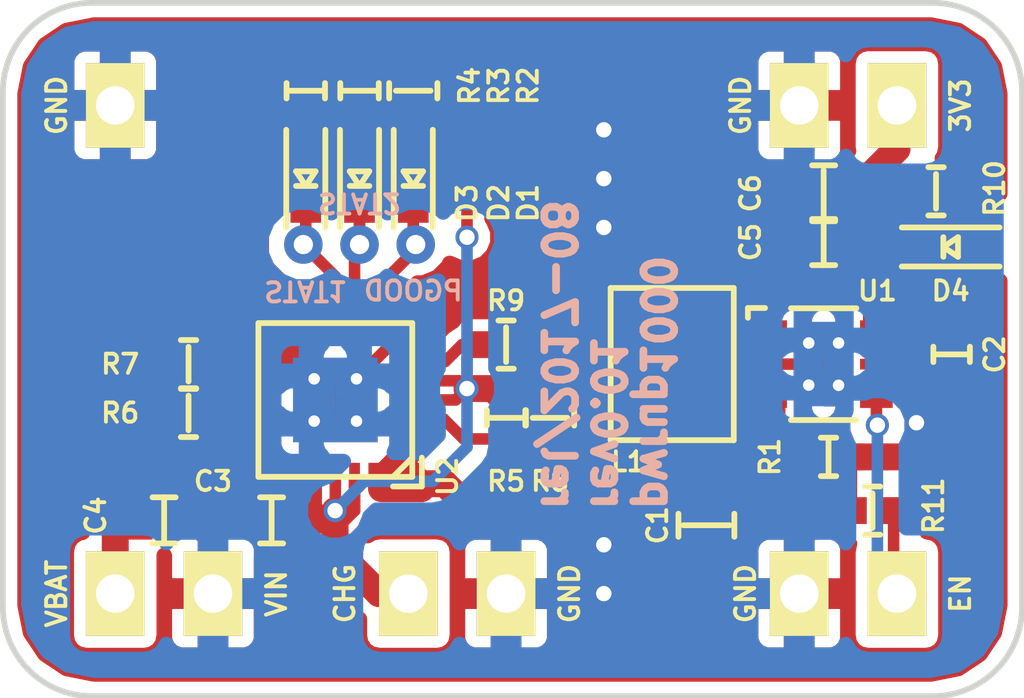
<source format=kicad_pcb>
(kicad_pcb (version 4) (host pcbnew 4.0.6)

  (general
    (links 76)
    (no_connects 0)
    (area 129.083999 61.5212 155.726551 83.3604)
    (thickness 1.6)
    (drawings 21)
    (tracks 304)
    (zones 0)
    (modules 36)
    (nets 22)
  )

  (page A4)
  (title_block
    (title pwrup1000)
    (date 2017-05-31)
    (rev 0.01)
    (company "1rel interactive")
  )

  (layers
    (0 F.Cu signal)
    (31 B.Cu signal)
    (32 B.Adhes user)
    (33 F.Adhes user)
    (34 B.Paste user)
    (35 F.Paste user)
    (36 B.SilkS user)
    (37 F.SilkS user)
    (38 B.Mask user)
    (39 F.Mask user)
    (40 Dwgs.User user)
    (41 Cmts.User user)
    (42 Eco1.User user)
    (43 Eco2.User user)
    (44 Edge.Cuts user)
    (45 Margin user)
    (46 B.CrtYd user)
    (47 F.CrtYd user)
    (48 B.Fab user)
    (49 F.Fab user)
  )

  (setup
    (last_trace_width 0.3)
    (user_trace_width 0.2)
    (user_trace_width 0.3)
    (user_trace_width 0.4)
    (user_trace_width 0.5)
    (user_trace_width 0.6)
    (user_trace_width 0.7)
    (trace_clearance 0.15)
    (zone_clearance 0.3)
    (zone_45_only yes)
    (trace_min 0.2)
    (segment_width 0.1)
    (edge_width 0.15)
    (via_size 0.6)
    (via_drill 0.4)
    (via_min_size 0.4)
    (via_min_drill 0.3)
    (uvia_size 0.3)
    (uvia_drill 0.1)
    (uvias_allowed no)
    (uvia_min_size 0.2)
    (uvia_min_drill 0.1)
    (pcb_text_width 0.3)
    (pcb_text_size 1.5 1.5)
    (mod_edge_width 0.15)
    (mod_text_size 1 1)
    (mod_text_width 0.15)
    (pad_size 1.524 1.524)
    (pad_drill 0.762)
    (pad_to_mask_clearance 0.2)
    (aux_axis_origin 0 0)
    (visible_elements FFFFF77F)
    (pcbplotparams
      (layerselection 0x00030_80000001)
      (usegerberextensions false)
      (excludeedgelayer true)
      (linewidth 0.100000)
      (plotframeref false)
      (viasonmask false)
      (mode 1)
      (useauxorigin false)
      (hpglpennumber 1)
      (hpglpenspeed 20)
      (hpglpendiameter 15)
      (hpglpenoverlay 2)
      (psnegative false)
      (psa4output false)
      (plotreference true)
      (plotvalue true)
      (plotinvisibletext false)
      (padsonsilk false)
      (subtractmaskfromsilk false)
      (outputformat 1)
      (mirror false)
      (drillshape 0)
      (scaleselection 1)
      (outputdirectory OUT/svg/))
  )

  (net 0 "")
  (net 1 GND)
  (net 2 +3.3V)
  (net 3 "Net-(D1-Pad1)")
  (net 4 "Net-(D2-Pad1)")
  (net 5 "Net-(D3-Pad1)")
  (net 6 "Net-(D4-Pad1)")
  (net 7 "Net-(L1-Pad2)")
  (net 8 "Net-(L1-Pad1)")
  (net 9 /VBAT)
  (net 10 /CHG_OUT)
  (net 11 /CHG_IN)
  (net 12 /~PGOOD)
  (net 13 /STAT2)
  (net 14 /STAT1)
  (net 15 /BOOST_ENABLE)
  (net 16 /VPCC)
  (net 17 /PROG1)
  (net 18 /PROG3)
  (net 19 /THERM)
  (net 20 /VINA)
  (net 21 /BOOST_PS/SYNC)

  (net_class Default "This is the default net class."
    (clearance 0.15)
    (trace_width 0.3)
    (via_dia 0.6)
    (via_drill 0.4)
    (uvia_dia 0.3)
    (uvia_drill 0.1)
    (add_net /BOOST_ENABLE)
    (add_net /BOOST_PS/SYNC)
    (add_net /PROG1)
    (add_net /PROG3)
    (add_net /STAT1)
    (add_net /STAT2)
    (add_net /THERM)
    (add_net /VPCC)
    (add_net /~PGOOD)
    (add_net "Net-(D1-Pad1)")
    (add_net "Net-(D2-Pad1)")
    (add_net "Net-(D3-Pad1)")
    (add_net "Net-(D4-Pad1)")
    (add_net "Net-(L1-Pad1)")
    (add_net "Net-(L1-Pad2)")
  )

  (net_class PWR ""
    (clearance 0.15)
    (trace_width 0.7)
    (via_dia 0.6)
    (via_drill 0.4)
    (uvia_dia 0.3)
    (uvia_drill 0.1)
    (add_net +3.3V)
    (add_net /CHG_IN)
    (add_net /CHG_OUT)
    (add_net /VBAT)
    (add_net /VINA)
    (add_net GND)
  )

  (module mylib:jmp3 (layer F.Cu) (tedit 599185F6) (tstamp 59918527)
    (at 152.8445 73.279 90)
    (path /5991BC68)
    (fp_text reference P11 (at -0.0254 1.1176 90) (layer F.SilkS) hide
      (effects (font (size 1 1) (thickness 0.15)))
    )
    (fp_text value jmp3 (at -0.1524 -1.3716 90) (layer F.Fab) hide
      (effects (font (size 1 1) (thickness 0.15)))
    )
    (pad 3 smd rect (at 0.508 0 90) (size 0.3 0.4) (layers F.Cu F.Paste F.Mask)
      (net 20 /VINA))
    (pad 2 smd rect (at 0 0 90) (size 0.3 0.4) (layers F.Cu F.Paste F.Mask)
      (net 21 /BOOST_PS/SYNC))
    (pad 1 smd rect (at -0.508 0 90) (size 0.3 0.4) (layers F.Cu F.Paste F.Mask)
      (net 1 GND))
  )

  (module mylib:r_0402_mod0 (layer F.Cu) (tedit 5991870C) (tstamp 5990F5C3)
    (at 151.765 76.581 180)
    (descr "SMT resistor, 0402")
    (path /59944494)
    (fp_text reference R11 (at -1.5875 0.127 270) (layer F.SilkS)
      (effects (font (size 0.5 0.5) (thickness 0.1)))
    )
    (fp_text value 100k (at 0 0.7 180) (layer F.SilkS) hide
      (effects (font (size 0.1524 0.1524) (thickness 0.03048)))
    )
    (fp_line (start -0.2 0.627) (end 0.2 0.627) (layer F.SilkS) (width 0.14986))
    (fp_line (start -0.2 -0.627) (end 0.2 -0.627) (layer F.SilkS) (width 0.14986))
    (fp_line (start 0 -0.45) (end 0 0.45) (layer F.SilkS) (width 0.14986))
    (pad 1 smd rect (at 0.54864 0 180) (size 0.8001 0.6985) (layers F.Cu F.Paste F.Mask)
      (net 20 /VINA))
    (pad 2 smd rect (at -0.54864 0 180) (size 0.8001 0.6985) (layers F.Cu F.Paste F.Mask)
      (net 15 /BOOST_ENABLE))
    (model walter/smd_resistors/r_0402.wrl
      (at (xyz 0 0 0))
      (scale (xyz 1 1 1))
      (rotate (xyz 0 0 0))
    )
  )

  (module mylib:r_0402_mod0 (layer F.Cu) (tedit 59918C22) (tstamp 5990EF9D)
    (at 153.416 68.2752)
    (descr "SMT resistor, 0402")
    (path /59942CC0)
    (fp_text reference R10 (at 1.524 -0.0762 90) (layer F.SilkS)
      (effects (font (size 0.5 0.5) (thickness 0.1)))
    )
    (fp_text value 1k5 (at 0 0.7) (layer F.SilkS) hide
      (effects (font (size 0.1524 0.1524) (thickness 0.03048)))
    )
    (fp_line (start -0.2 0.627) (end 0.2 0.627) (layer F.SilkS) (width 0.14986))
    (fp_line (start -0.2 -0.627) (end 0.2 -0.627) (layer F.SilkS) (width 0.14986))
    (fp_line (start 0 -0.45) (end 0 0.45) (layer F.SilkS) (width 0.14986))
    (pad 1 smd rect (at 0.54864 0) (size 0.8001 0.6985) (layers F.Cu F.Paste F.Mask)
      (net 6 "Net-(D4-Pad1)"))
    (pad 2 smd rect (at -0.54864 0) (size 0.8001 0.6985) (layers F.Cu F.Paste F.Mask)
      (net 2 +3.3V))
    (model walter/smd_resistors/r_0402.wrl
      (at (xyz 0 0 0))
      (scale (xyz 1 1 1))
      (rotate (xyz 0 0 0))
    )
  )

  (module mylib:pin_socket_1m (layer F.Cu) (tedit 58441945) (tstamp 5990E4C0)
    (at 132.08 66.04)
    (descr "Pin socket 1pin")
    (tags "CONN DEV")
    (path /599352D2)
    (fp_text reference P10 (at 0 -2.159) (layer F.SilkS) hide
      (effects (font (size 1.016 1.016) (thickness 0.2032)))
    )
    (fp_text value CONN_1 (at 0.254 -3.556) (layer F.SilkS) hide
      (effects (font (size 1.016 0.889) (thickness 0.2032)))
    )
    (pad 1 thru_hole rect (at 0 0) (size 1.524 2.19964) (drill 1.00076) (layers *.Cu *.Mask F.SilkS)
      (net 1 GND))
  )

  (module mylib:pin_socket_1m (layer F.Cu) (tedit 58441945) (tstamp 5990E05E)
    (at 149.86 78.74)
    (descr "Pin socket 1pin")
    (tags "CONN DEV")
    (path /59933630)
    (fp_text reference P9 (at 0 -2.159) (layer F.SilkS) hide
      (effects (font (size 1.016 1.016) (thickness 0.2032)))
    )
    (fp_text value CONN_1 (at 0.254 -3.556) (layer F.SilkS) hide
      (effects (font (size 1.016 0.889) (thickness 0.2032)))
    )
    (pad 1 thru_hole rect (at 0 0) (size 1.524 2.19964) (drill 1.00076) (layers *.Cu *.Mask F.SilkS)
      (net 1 GND))
  )

  (module mylib:pin_socket_1m (layer F.Cu) (tedit 58441945) (tstamp 5990DBDA)
    (at 152.4 78.74)
    (descr "Pin socket 1pin")
    (tags "CONN DEV")
    (path /5995DC74)
    (fp_text reference P8 (at 0 -2.159) (layer F.SilkS) hide
      (effects (font (size 1.016 1.016) (thickness 0.2032)))
    )
    (fp_text value CONN_1 (at 0.254 -3.556) (layer F.SilkS) hide
      (effects (font (size 1.016 0.889) (thickness 0.2032)))
    )
    (pad 1 thru_hole rect (at 0 0) (size 1.524 2.19964) (drill 1.00076) (layers *.Cu *.Mask F.SilkS)
      (net 15 /BOOST_ENABLE))
  )

  (module mylib:pin_socket_1m (layer F.Cu) (tedit 58441945) (tstamp 5990DBD6)
    (at 149.86 66.04 180)
    (descr "Pin socket 1pin")
    (tags "CONN DEV")
    (path /58433A57)
    (fp_text reference P7 (at 0 -2.159 180) (layer F.SilkS) hide
      (effects (font (size 1.016 1.016) (thickness 0.2032)))
    )
    (fp_text value CONN_1 (at 0.254 -3.556 180) (layer F.SilkS) hide
      (effects (font (size 1.016 0.889) (thickness 0.2032)))
    )
    (pad 1 thru_hole rect (at 0 0 180) (size 1.524 2.19964) (drill 1.00076) (layers *.Cu *.Mask F.SilkS)
      (net 1 GND))
  )

  (module mylib:pin_socket_1m (layer F.Cu) (tedit 58441945) (tstamp 5990DBD2)
    (at 152.4 66.04 180)
    (descr "Pin socket 1pin")
    (tags "CONN DEV")
    (path /58433A51)
    (fp_text reference P6 (at 0 -2.159 180) (layer F.SilkS) hide
      (effects (font (size 1.016 1.016) (thickness 0.2032)))
    )
    (fp_text value CONN_1 (at 0.254 -3.556 180) (layer F.SilkS) hide
      (effects (font (size 1.016 0.889) (thickness 0.2032)))
    )
    (pad 1 thru_hole rect (at 0 0 180) (size 1.524 2.19964) (drill 1.00076) (layers *.Cu *.Mask F.SilkS)
      (net 2 +3.3V))
  )

  (module mylib:1pin (layer F.Cu) (tedit 592EF84A) (tstamp 5990DBCE)
    (at 139.8905 69.6595 90)
    (path /5843C39B)
    (fp_text reference P5 (at 0 0.5 90) (layer F.SilkS) hide
      (effects (font (size 1 1) (thickness 0.15)))
    )
    (fp_text value CONN_1 (at 0 -0.5 90) (layer F.Fab) hide
      (effects (font (size 1 1) (thickness 0.15)))
    )
    (pad 1 thru_hole circle (at 0 0 90) (size 1 1) (drill 0.5) (layers *.Cu *.Mask)
      (net 12 /~PGOOD))
  )

  (module mylib:1pin (layer F.Cu) (tedit 592EF84A) (tstamp 5990DBCA)
    (at 138.43 69.6595 90)
    (path /58431AB5)
    (fp_text reference P4 (at 0 0.5 90) (layer F.SilkS) hide
      (effects (font (size 1 1) (thickness 0.15)))
    )
    (fp_text value CONN_1 (at 0 -0.5 90) (layer F.Fab) hide
      (effects (font (size 1 1) (thickness 0.15)))
    )
    (pad 1 thru_hole circle (at 0 0 90) (size 1 1) (drill 0.5) (layers *.Cu *.Mask)
      (net 13 /STAT2))
  )

  (module mylib:MCP73871 (layer F.Cu) (tedit 5990E93E) (tstamp 5990DA89)
    (at 137.801 73.703 180)
    (path /592F0EAA)
    (fp_text reference U2 (at -2.915 -1.989 270) (layer F.SilkS)
      (effects (font (size 0.5 0.5) (thickness 0.1)))
    )
    (fp_text value MCP73871 (at 0.25 0.25 180) (layer F.Fab) hide
      (effects (font (size 0.5 0.5) (thickness 0.125)))
    )
    (fp_line (start -1.5 -2.25) (end -2.25 -2.25) (layer F.SilkS) (width 0.15))
    (fp_line (start -2.25 -2.25) (end -2.25 -1.5) (layer F.SilkS) (width 0.15))
    (fp_line (start -1.5 -2) (end -2 -1.5) (layer F.SilkS) (width 0.15))
    (fp_line (start -2 -2) (end 2 -2) (layer F.SilkS) (width 0.15))
    (fp_line (start 2 -2) (end 2 2) (layer F.SilkS) (width 0.15))
    (fp_line (start 2 2) (end -2 2) (layer F.SilkS) (width 0.15))
    (fp_line (start -2 2) (end -2 -2) (layer F.SilkS) (width 0.15))
    (pad 21 thru_hole rect (at 0.55 0.55 180) (size 1.1 1.1) (drill 0.3) (layers *.Cu F.Paste F.Mask)
      (net 1 GND))
    (pad 21 thru_hole rect (at 0.55 -0.55 180) (size 1.1 1.1) (drill 0.3) (layers *.Cu F.Paste F.Mask)
      (net 1 GND))
    (pad 21 thru_hole rect (at -0.55 -0.55 180) (size 1.1 1.1) (drill 0.3) (layers *.Cu F.Paste F.Mask)
      (net 1 GND))
    (pad 20 smd rect (at -1 -2 180) (size 0.28 0.73) (layers F.Cu F.Paste F.Mask)
      (net 10 /CHG_OUT))
    (pad 19 smd rect (at -0.5 -2 180) (size 0.28 0.73) (layers F.Cu F.Paste F.Mask)
      (net 11 /CHG_IN))
    (pad 17 smd rect (at 0.5 -2 180) (size 0.28 0.73) (layers F.Cu F.Paste F.Mask)
      (net 11 /CHG_IN))
    (pad 18 smd rect (at 0 -2 180) (size 0.28 0.73) (layers F.Cu F.Paste F.Mask)
      (net 11 /CHG_IN))
    (pad 16 smd rect (at 1 -2 180) (size 0.28 0.73) (layers F.Cu F.Paste F.Mask)
      (net 9 /VBAT))
    (pad 15 smd rect (at 2 -1 270) (size 0.28 0.73) (layers F.Cu F.Paste F.Mask)
      (net 9 /VBAT))
    (pad 13 smd rect (at 2 0 270) (size 0.28 0.73) (layers F.Cu F.Paste F.Mask)
      (net 17 /PROG1))
    (pad 14 smd rect (at 2 -0.5 270) (size 0.28 0.73) (layers F.Cu F.Paste F.Mask)
      (net 9 /VBAT))
    (pad 12 smd rect (at 2 0.5 270) (size 0.28 0.73) (layers F.Cu F.Paste F.Mask)
      (net 18 /PROG3))
    (pad 11 smd rect (at 2 1 270) (size 0.28 0.73) (layers F.Cu F.Paste F.Mask)
      (net 1 GND))
    (pad 5 smd rect (at -2 1 270) (size 0.28 0.73) (layers F.Cu F.Paste F.Mask)
      (net 19 /THERM))
    (pad 4 smd rect (at -2 0.5 270) (size 0.28 0.73) (layers F.Cu F.Paste F.Mask)
      (net 11 /CHG_IN))
    (pad 2 smd rect (at -2 -0.5 270) (size 0.28 0.73) (layers F.Cu F.Paste F.Mask)
      (net 16 /VPCC))
    (pad 3 smd rect (at -2 0 270) (size 0.28 0.73) (layers F.Cu F.Paste F.Mask)
      (net 11 /CHG_IN))
    (pad 1 smd rect (at -2 -1 270) (size 0.28 0.73) (layers F.Cu F.Paste F.Mask)
      (net 10 /CHG_OUT))
    (pad 10 smd rect (at 1 2 180) (size 0.28 0.73) (layers F.Cu F.Paste F.Mask)
      (net 1 GND))
    (pad 8 smd rect (at 0 2 180) (size 0.28 0.73) (layers F.Cu F.Paste F.Mask)
      (net 14 /STAT1))
    (pad 9 smd rect (at 0.5 2 180) (size 0.28 0.73) (layers F.Cu F.Paste F.Mask)
      (net 11 /CHG_IN))
    (pad 7 smd rect (at -0.5 2 180) (size 0.28 0.73) (layers F.Cu F.Paste F.Mask)
      (net 13 /STAT2))
    (pad 6 smd rect (at -1 2 180) (size 0.28 0.73) (layers F.Cu F.Paste F.Mask)
      (net 12 /~PGOOD))
    (pad 21 thru_hole rect (at -0.55 0.55 180) (size 1.1 1.1) (drill 0.3) (layers *.Cu F.Paste F.Mask)
      (net 1 GND))
    (model 1rel/MCP73871.wrl
      (at (xyz 0 0 0))
      (scale (xyz 1 1 1))
      (rotate (xyz 0 0 0))
    )
  )

  (module mylib:1pin (layer F.Cu) (tedit 592EF84A) (tstamp 5990DA62)
    (at 136.9695 69.6595)
    (path /584318FE)
    (fp_text reference P3 (at 0 0.5) (layer F.SilkS) hide
      (effects (font (size 1 1) (thickness 0.15)))
    )
    (fp_text value CONN_1 (at 0 -0.5) (layer F.Fab) hide
      (effects (font (size 1 1) (thickness 0.15)))
    )
    (pad 1 thru_hole circle (at 0 0) (size 1 1) (drill 0.5) (layers *.Cu *.Mask)
      (net 14 /STAT1))
  )

  (module mylib:c_0603_mod0 (layer F.Cu) (tedit 59918C26) (tstamp 5990DA5D)
    (at 150.495 68.326)
    (descr "SMT capacitor, 0603")
    (path /59916DDE)
    (fp_text reference C6 (at -1.905 0 90) (layer F.SilkS)
      (effects (font (size 0.5 0.5) (thickness 0.1)))
    )
    (fp_text value 10u (at 0 0.85) (layer F.SilkS) hide
      (effects (font (size 0.20066 0.20066) (thickness 0.04064)))
    )
    (fp_line (start -0.3 0.727) (end 0.3 0.727) (layer F.SilkS) (width 0.14986))
    (fp_line (start -0.3 -0.727) (end 0.3 -0.727) (layer F.SilkS) (width 0.14986))
    (fp_line (start 0 -0.6) (end 0 0.6) (layer F.SilkS) (width 0.14986))
    (pad 1 smd rect (at 0.75184 0) (size 0.89916 1.00076) (layers F.Cu F.Paste F.Mask)
      (net 2 +3.3V))
    (pad 2 smd rect (at -0.75184 0) (size 0.89916 1.00076) (layers F.Cu F.Paste F.Mask)
      (net 1 GND))
    (model walter/smd_cap/c_0603.wrl
      (at (xyz 0 0 0))
      (scale (xyz 1 1 1))
      (rotate (xyz 0 0 0))
    )
  )

  (module mylib:c_0402_mod0 (layer F.Cu) (tedit 59918C45) (tstamp 5990DA57)
    (at 153.797 72.517 270)
    (descr "SMT capacitor, 0402")
    (path /59953244)
    (fp_text reference C2 (at 0 -1.143 450) (layer F.SilkS)
      (effects (font (size 0.5 0.5) (thickness 0.1)))
    )
    (fp_text value 100n (at 0 0.6 270) (layer F.SilkS) hide
      (effects (font (size 0.1524 0.1524) (thickness 0.03048)))
    )
    (fp_line (start -0.2 0.45) (end 0.2 0.45) (layer F.SilkS) (width 0.14986))
    (fp_line (start -0.2 -0.5) (end 0.2 -0.5) (layer F.SilkS) (width 0.14986))
    (fp_line (start 0 -0.45) (end 0 0.45) (layer F.SilkS) (width 0.14986))
    (pad 1 smd rect (at 0.54864 0 270) (size 0.8001 0.6985) (layers F.Cu F.Paste F.Mask)
      (net 20 /VINA))
    (pad 2 smd rect (at -0.54864 0 270) (size 0.8001 0.6985) (layers F.Cu F.Paste F.Mask)
      (net 1 GND))
    (model walter/smd_cap/c_0402.wrl
      (at (xyz 0 0 0))
      (scale (xyz 1 1 1))
      (rotate (xyz 0 0 0))
    )
  )

  (module mylib:c_0603_mod0 (layer F.Cu) (tedit 59918710) (tstamp 5990DA4D)
    (at 147.447 76.962 90)
    (descr "SMT capacitor, 0603")
    (path /59952976)
    (fp_text reference C1 (at 0 -1.27 90) (layer F.SilkS)
      (effects (font (size 0.5 0.5) (thickness 0.1)))
    )
    (fp_text value 10u (at 0 0.85 90) (layer F.SilkS) hide
      (effects (font (size 0.20066 0.20066) (thickness 0.04064)))
    )
    (fp_line (start -0.3 0.727) (end 0.3 0.727) (layer F.SilkS) (width 0.14986))
    (fp_line (start -0.3 -0.727) (end 0.3 -0.727) (layer F.SilkS) (width 0.14986))
    (fp_line (start 0 -0.6) (end 0 0.6) (layer F.SilkS) (width 0.14986))
    (pad 1 smd rect (at 0.75184 0 90) (size 0.89916 1.00076) (layers F.Cu F.Paste F.Mask)
      (net 10 /CHG_OUT))
    (pad 2 smd rect (at -0.75184 0 90) (size 0.89916 1.00076) (layers F.Cu F.Paste F.Mask)
      (net 1 GND))
    (model walter/smd_cap/c_0603.wrl
      (at (xyz 0 0 0))
      (scale (xyz 1 1 1))
      (rotate (xyz 0 0 0))
    )
  )

  (module mylib:r_0402_mod0 (layer F.Cu) (tedit 5990E60A) (tstamp 599085FF)
    (at 142.24 72.263)
    (descr "SMT resistor, 0402")
    (path /5930A377)
    (fp_text reference R9 (at 0 -1.143) (layer F.SilkS)
      (effects (font (size 0.5 0.5) (thickness 0.1)))
    )
    (fp_text value 10k (at 0 0.7) (layer F.SilkS) hide
      (effects (font (size 0.1524 0.1524) (thickness 0.03048)))
    )
    (fp_line (start -0.2 0.627) (end 0.2 0.627) (layer F.SilkS) (width 0.14986))
    (fp_line (start -0.2 -0.627) (end 0.2 -0.627) (layer F.SilkS) (width 0.14986))
    (fp_line (start 0 -0.45) (end 0 0.45) (layer F.SilkS) (width 0.14986))
    (pad 1 smd rect (at 0.54864 0) (size 0.8001 0.6985) (layers F.Cu F.Paste F.Mask)
      (net 1 GND))
    (pad 2 smd rect (at -0.54864 0) (size 0.8001 0.6985) (layers F.Cu F.Paste F.Mask)
      (net 19 /THERM))
    (model walter/smd_resistors/r_0402.wrl
      (at (xyz 0 0 0))
      (scale (xyz 1 1 1))
      (rotate (xyz 0 0 0))
    )
  )

  (module mylib:r_0402_mod0 (layer F.Cu) (tedit 59918C54) (tstamp 598FA5DE)
    (at 143.383 74.168 90)
    (descr "SMT resistor, 0402")
    (path /59315D06)
    (fp_text reference R8 (at -1.651 0 180) (layer F.SilkS)
      (effects (font (size 0.5 0.5) (thickness 0.1)))
    )
    (fp_text value 100k (at 0 0.7 90) (layer F.SilkS) hide
      (effects (font (size 0.1524 0.1524) (thickness 0.03048)))
    )
    (fp_line (start -0.2 0.627) (end 0.2 0.627) (layer F.SilkS) (width 0.14986))
    (fp_line (start -0.2 -0.627) (end 0.2 -0.627) (layer F.SilkS) (width 0.14986))
    (fp_line (start 0 -0.45) (end 0 0.45) (layer F.SilkS) (width 0.14986))
    (pad 1 smd rect (at 0.54864 0 90) (size 0.8001 0.6985) (layers F.Cu F.Paste F.Mask)
      (net 1 GND))
    (pad 2 smd rect (at -0.54864 0 90) (size 0.8001 0.6985) (layers F.Cu F.Paste F.Mask)
      (net 16 /VPCC))
    (model walter/smd_resistors/r_0402.wrl
      (at (xyz 0 0 0))
      (scale (xyz 1 1 1))
      (rotate (xyz 0 0 0))
    )
  )

  (module mylib:r_0402_mod0 (layer F.Cu) (tedit 59918C5C) (tstamp 598FA5D9)
    (at 133.985 72.771 180)
    (descr "SMT resistor, 0402")
    (path /59314B69)
    (fp_text reference R7 (at 1.778 0 180) (layer F.SilkS)
      (effects (font (size 0.5 0.5) (thickness 0.1)))
    )
    (fp_text value 100k (at 0 0.7 180) (layer F.SilkS) hide
      (effects (font (size 0.1524 0.1524) (thickness 0.03048)))
    )
    (fp_line (start -0.2 0.627) (end 0.2 0.627) (layer F.SilkS) (width 0.14986))
    (fp_line (start -0.2 -0.627) (end 0.2 -0.627) (layer F.SilkS) (width 0.14986))
    (fp_line (start 0 -0.45) (end 0 0.45) (layer F.SilkS) (width 0.14986))
    (pad 1 smd rect (at 0.54864 0 180) (size 0.8001 0.6985) (layers F.Cu F.Paste F.Mask)
      (net 1 GND))
    (pad 2 smd rect (at -0.54864 0 180) (size 0.8001 0.6985) (layers F.Cu F.Paste F.Mask)
      (net 18 /PROG3))
    (model walter/smd_resistors/r_0402.wrl
      (at (xyz 0 0 0))
      (scale (xyz 1 1 1))
      (rotate (xyz 0 0 0))
    )
  )

  (module mylib:r_0402_mod0 (layer F.Cu) (tedit 59918C5E) (tstamp 598FA5D4)
    (at 133.985 74.041 180)
    (descr "SMT resistor, 0402")
    (path /59314A2F)
    (fp_text reference R6 (at 1.778 0 360) (layer F.SilkS)
      (effects (font (size 0.5 0.5) (thickness 0.1)))
    )
    (fp_text value 1k (at 0 0.7 180) (layer F.SilkS) hide
      (effects (font (size 0.1524 0.1524) (thickness 0.03048)))
    )
    (fp_line (start -0.2 0.627) (end 0.2 0.627) (layer F.SilkS) (width 0.14986))
    (fp_line (start -0.2 -0.627) (end 0.2 -0.627) (layer F.SilkS) (width 0.14986))
    (fp_line (start 0 -0.45) (end 0 0.45) (layer F.SilkS) (width 0.14986))
    (pad 1 smd rect (at 0.54864 0 180) (size 0.8001 0.6985) (layers F.Cu F.Paste F.Mask)
      (net 1 GND))
    (pad 2 smd rect (at -0.54864 0 180) (size 0.8001 0.6985) (layers F.Cu F.Paste F.Mask)
      (net 17 /PROG1))
    (model walter/smd_resistors/r_0402.wrl
      (at (xyz 0 0 0))
      (scale (xyz 1 1 1))
      (rotate (xyz 0 0 0))
    )
  )

  (module mylib:r_0402_mod0 (layer F.Cu) (tedit 5991874A) (tstamp 598FA5CF)
    (at 139.827 65.659 270)
    (descr "SMT resistor, 0402")
    (path /5842D79D)
    (fp_text reference R2 (at -0.127 -2.9845 450) (layer F.SilkS)
      (effects (font (size 0.5 0.5) (thickness 0.1)))
    )
    (fp_text value 1k5 (at 0 0.7 270) (layer F.SilkS) hide
      (effects (font (size 0.1524 0.1524) (thickness 0.03048)))
    )
    (fp_line (start -0.2 0.627) (end 0.2 0.627) (layer F.SilkS) (width 0.14986))
    (fp_line (start -0.2 -0.627) (end 0.2 -0.627) (layer F.SilkS) (width 0.14986))
    (fp_line (start 0 -0.45) (end 0 0.45) (layer F.SilkS) (width 0.14986))
    (pad 1 smd rect (at 0.54864 0 270) (size 0.8001 0.6985) (layers F.Cu F.Paste F.Mask)
      (net 3 "Net-(D1-Pad1)"))
    (pad 2 smd rect (at -0.54864 0 270) (size 0.8001 0.6985) (layers F.Cu F.Paste F.Mask)
      (net 11 /CHG_IN))
    (model walter/smd_resistors/r_0402.wrl
      (at (xyz 0 0 0))
      (scale (xyz 1 1 1))
      (rotate (xyz 0 0 0))
    )
  )

  (module mylib:r_0402_mod0 (layer F.Cu) (tedit 59918C56) (tstamp 592EDD48)
    (at 142.24 74.168 270)
    (descr "SMT resistor, 0402")
    (path /59315BB2)
    (fp_text reference R5 (at 1.651 0 360) (layer F.SilkS)
      (effects (font (size 0.5 0.5) (thickness 0.1)))
    )
    (fp_text value 270k (at 0 0.7 270) (layer F.SilkS) hide
      (effects (font (size 0.1524 0.1524) (thickness 0.03048)))
    )
    (fp_line (start -0.2 0.5) (end 0.2 0.5) (layer F.SilkS) (width 0.14986))
    (fp_line (start -0.2 -0.5) (end 0.2 -0.5) (layer F.SilkS) (width 0.14986))
    (fp_line (start 0 -0.45) (end 0 0.45) (layer F.SilkS) (width 0.14986))
    (pad 1 smd rect (at 0.54864 0 270) (size 0.8001 0.6985) (layers F.Cu F.Paste F.Mask)
      (net 16 /VPCC))
    (pad 2 smd rect (at -0.54864 0 270) (size 0.8001 0.6985) (layers F.Cu F.Paste F.Mask)
      (net 11 /CHG_IN))
    (model walter/smd_resistors/r_0402.wrl
      (at (xyz 0 0 0))
      (scale (xyz 1 1 1))
      (rotate (xyz 0 0 0))
    )
  )

  (module mylib:r_0402_mod0 (layer F.Cu) (tedit 59918732) (tstamp 592EDD42)
    (at 137.033 65.659 270)
    (descr "SMT resistor, 0402")
    (path /592F4F74)
    (fp_text reference R4 (at -0.127 -4.2545 450) (layer F.SilkS)
      (effects (font (size 0.5 0.5) (thickness 0.1)))
    )
    (fp_text value 1k5 (at 0 0.7 270) (layer F.SilkS) hide
      (effects (font (size 0.1524 0.1524) (thickness 0.03048)))
    )
    (fp_line (start -0.2 0.5) (end 0.2 0.5) (layer F.SilkS) (width 0.14986))
    (fp_line (start -0.2 -0.5) (end 0.2 -0.5) (layer F.SilkS) (width 0.14986))
    (fp_line (start 0 -0.45) (end 0 0.45) (layer F.SilkS) (width 0.14986))
    (pad 1 smd rect (at 0.54864 0 270) (size 0.8001 0.6985) (layers F.Cu F.Paste F.Mask)
      (net 5 "Net-(D3-Pad1)"))
    (pad 2 smd rect (at -0.54864 0 270) (size 0.8001 0.6985) (layers F.Cu F.Paste F.Mask)
      (net 11 /CHG_IN))
    (model walter/smd_resistors/r_0402.wrl
      (at (xyz 0 0 0))
      (scale (xyz 1 1 1))
      (rotate (xyz 0 0 0))
    )
  )

  (module mylib:r_0402_mod0 (layer F.Cu) (tedit 5991873C) (tstamp 592EDD3C)
    (at 138.43 65.659 270)
    (descr "SMT resistor, 0402")
    (path /5842DEF1)
    (fp_text reference R3 (at -0.127 -3.6195 450) (layer F.SilkS)
      (effects (font (size 0.5 0.5) (thickness 0.1)))
    )
    (fp_text value 1k5 (at 0 0.7 270) (layer F.SilkS) hide
      (effects (font (size 0.1524 0.1524) (thickness 0.03048)))
    )
    (fp_line (start -0.2 0.5) (end 0.2 0.5) (layer F.SilkS) (width 0.14986))
    (fp_line (start -0.2 -0.5) (end 0.2 -0.5) (layer F.SilkS) (width 0.14986))
    (fp_line (start 0 -0.45) (end 0 0.45) (layer F.SilkS) (width 0.14986))
    (pad 1 smd rect (at 0.54864 0 270) (size 0.8001 0.6985) (layers F.Cu F.Paste F.Mask)
      (net 4 "Net-(D2-Pad1)"))
    (pad 2 smd rect (at -0.54864 0 270) (size 0.8001 0.6985) (layers F.Cu F.Paste F.Mask)
      (net 11 /CHG_IN))
    (model walter/smd_resistors/r_0402.wrl
      (at (xyz 0 0 0))
      (scale (xyz 1 1 1))
      (rotate (xyz 0 0 0))
    )
  )

  (module mylib:r_0402_mod0 (layer F.Cu) (tedit 59918708) (tstamp 58444A3D)
    (at 150.622 75.184 180)
    (descr "SMT resistor, 0402")
    (path /599259E1)
    (fp_text reference R1 (at 1.524 0 450) (layer F.SilkS)
      (effects (font (size 0.5 0.5) (thickness 0.1)))
    )
    (fp_text value 100R (at 0 0.7 180) (layer F.SilkS) hide
      (effects (font (size 0.1524 0.1524) (thickness 0.03048)))
    )
    (fp_line (start -0.2 0.5) (end 0.2 0.5) (layer F.SilkS) (width 0.14986))
    (fp_line (start -0.2 -0.5) (end 0.2 -0.5) (layer F.SilkS) (width 0.14986))
    (fp_line (start 0 -0.45) (end 0 0.45) (layer F.SilkS) (width 0.14986))
    (pad 1 smd rect (at 0.54864 0 180) (size 0.8001 0.6985) (layers F.Cu F.Paste F.Mask)
      (net 10 /CHG_OUT))
    (pad 2 smd rect (at -0.54864 0 180) (size 0.8001 0.6985) (layers F.Cu F.Paste F.Mask)
      (net 20 /VINA))
    (model walter/smd_resistors/r_0402.wrl
      (at (xyz 0 0 0))
      (scale (xyz 1 1 1))
      (rotate (xyz 0 0 0))
    )
  )

  (module mylib:c_0603_mod0 (layer F.Cu) (tedit 59918C27) (tstamp 58444A24)
    (at 150.495 69.596)
    (descr "SMT capacitor, 0603")
    (path /5842EAA9)
    (fp_text reference C5 (at -1.905 0 90) (layer F.SilkS)
      (effects (font (size 0.5 0.5) (thickness 0.1)))
    )
    (fp_text value 10u (at 0 0.85) (layer F.SilkS) hide
      (effects (font (size 0.20066 0.20066) (thickness 0.04064)))
    )
    (fp_line (start -0.3 0.6) (end 0.3 0.6) (layer F.SilkS) (width 0.14986))
    (fp_line (start -0.3 -0.6) (end 0.3 -0.6) (layer F.SilkS) (width 0.14986))
    (fp_line (start 0 -0.6) (end 0 0.6) (layer F.SilkS) (width 0.14986))
    (pad 1 smd rect (at 0.75184 0) (size 0.89916 1.00076) (layers F.Cu F.Paste F.Mask)
      (net 2 +3.3V))
    (pad 2 smd rect (at -0.75184 0) (size 0.89916 1.00076) (layers F.Cu F.Paste F.Mask)
      (net 1 GND))
    (model walter/smd_cap/c_0603.wrl
      (at (xyz 0 0 0))
      (scale (xyz 1 1 1))
      (rotate (xyz 0 0 0))
    )
  )

  (module mylib:c_0603_mod0 (layer F.Cu) (tedit 5990E678) (tstamp 58444A1A)
    (at 136.144 76.835)
    (descr "SMT capacitor, 0603")
    (path /5842D390)
    (fp_text reference C3 (at -1.524 -1.016 180) (layer F.SilkS)
      (effects (font (size 0.5 0.5) (thickness 0.1)))
    )
    (fp_text value 10u (at 0 0.85) (layer F.SilkS) hide
      (effects (font (size 0.20066 0.20066) (thickness 0.04064)))
    )
    (fp_line (start -0.3 0.6) (end 0.3 0.6) (layer F.SilkS) (width 0.14986))
    (fp_line (start -0.3 -0.6) (end 0.3 -0.6) (layer F.SilkS) (width 0.14986))
    (fp_line (start 0 -0.6) (end 0 0.6) (layer F.SilkS) (width 0.14986))
    (pad 1 smd rect (at 0.75184 0) (size 0.89916 1.00076) (layers F.Cu F.Paste F.Mask)
      (net 11 /CHG_IN))
    (pad 2 smd rect (at -0.75184 0) (size 0.89916 1.00076) (layers F.Cu F.Paste F.Mask)
      (net 1 GND))
    (model walter/smd_cap/c_0603.wrl
      (at (xyz 0 0 0))
      (scale (xyz 1 1 1))
      (rotate (xyz 0 0 0))
    )
  )

  (module mylib:pin_socket_1m (layer F.Cu) (tedit 58441945) (tstamp 58441C7E)
    (at 142.24 78.74 180)
    (descr "Pin socket 1pin")
    (tags "CONN DEV")
    (path /5842D010)
    (fp_text reference P2 (at 0 -2.159 180) (layer F.SilkS) hide
      (effects (font (size 1.016 1.016) (thickness 0.2032)))
    )
    (fp_text value CONN_1 (at 0.254 -3.556 180) (layer F.SilkS) hide
      (effects (font (size 1.016 0.889) (thickness 0.2032)))
    )
    (pad 1 thru_hole rect (at 0 0 180) (size 1.524 2.19964) (drill 1.00076) (layers *.Cu *.Mask F.SilkS)
      (net 1 GND))
  )

  (module mylib:pin_socket_1m (layer F.Cu) (tedit 58441945) (tstamp 58441C7A)
    (at 139.7 78.74 180)
    (descr "Pin socket 1pin")
    (tags "CONN DEV")
    (path /5842CDCD)
    (fp_text reference P1 (at 0 -2.159 180) (layer F.SilkS) hide
      (effects (font (size 1.016 1.016) (thickness 0.2032)))
    )
    (fp_text value CONN_1 (at 0.254 -3.556 180) (layer F.SilkS) hide
      (effects (font (size 1.016 0.889) (thickness 0.2032)))
    )
    (pad 1 thru_hole rect (at 0 0 180) (size 1.524 2.19964) (drill 1.00076) (layers *.Cu *.Mask F.SilkS)
      (net 11 /CHG_IN))
  )

  (module mylib:pin_socket_2m (layer F.Cu) (tedit 58441928) (tstamp 58441C75)
    (at 133.35 78.74 180)
    (descr "Pin socket 2pin")
    (tags "CONN DEV")
    (path /58451CD9)
    (fp_text reference BT1 (at 0 -2.159 180) (layer F.SilkS) hide
      (effects (font (size 1.016 1.016) (thickness 0.2032)))
    )
    (fp_text value BATTERYm0 (at 0.254 -3.556 180) (layer F.SilkS) hide
      (effects (font (size 1.016 0.889) (thickness 0.2032)))
    )
    (pad 1 thru_hole rect (at -1.27 0 180) (size 1.524 2.19964) (drill 1.00076) (layers *.Cu *.Mask F.SilkS)
      (net 1 GND))
    (pad 2 thru_hole rect (at 1.27 0 180) (size 1.524 2.19964) (drill 1.00076) (layers *.Cu *.Mask F.SilkS)
      (net 9 /VBAT))
  )

  (module mylib:c_0603_mod0 (layer F.Cu) (tedit 59910439) (tstamp 58444A1F)
    (at 133.35 76.835 180)
    (descr "SMT capacitor, 0603")
    (path /5844180B)
    (fp_text reference C4 (at 1.778 0.127 270) (layer F.SilkS)
      (effects (font (size 0.5 0.5) (thickness 0.1)))
    )
    (fp_text value 10u (at 0 0.85 180) (layer F.SilkS) hide
      (effects (font (size 0.20066 0.20066) (thickness 0.04064)))
    )
    (fp_line (start -0.3 0.6) (end 0.3 0.6) (layer F.SilkS) (width 0.14986))
    (fp_line (start -0.3 -0.6) (end 0.3 -0.6) (layer F.SilkS) (width 0.14986))
    (fp_line (start 0 -0.6) (end 0 0.6) (layer F.SilkS) (width 0.14986))
    (pad 1 smd rect (at 0.75184 0 180) (size 0.89916 1.00076) (layers F.Cu F.Paste F.Mask)
      (net 9 /VBAT))
    (pad 2 smd rect (at -0.75184 0 180) (size 0.89916 1.00076) (layers F.Cu F.Paste F.Mask)
      (net 1 GND))
    (model walter/smd_cap/c_0603.wrl
      (at (xyz 0 0 0))
      (scale (xyz 1 1 1))
      (rotate (xyz 0 0 0))
    )
  )

  (module mylib:TPS63001 (layer F.Cu) (tedit 5990E342) (tstamp 5990DA77)
    (at 150.495 72.771)
    (path /59913401)
    (fp_text reference U1 (at 1.397 -1.905 180) (layer F.SilkS)
      (effects (font (size 0.5 0.5) (thickness 0.1)))
    )
    (fp_text value TPS63001 (at 0.2 1.8) (layer F.Fab) hide
      (effects (font (size 0.5 0.5) (thickness 0.1)))
    )
    (fp_line (start -1.524 -1.4605) (end -1.9685 -1.4605) (layer F.SilkS) (width 0.15))
    (fp_line (start -1.9685 -1.4605) (end -1.9685 -1.2065) (layer F.SilkS) (width 0.15))
    (fp_line (start -0.85 -1.454) (end 0.85 -1.454) (layer F.SilkS) (width 0.14986))
    (fp_line (start -0.85 1.454) (end 0.85 1.454) (layer F.SilkS) (width 0.14986))
    (pad 11 thru_hole rect (at 0.3875 0.55 90) (size 1.1 0.775) (drill 0.3) (layers *.Cu F.Paste F.Mask)
      (net 1 GND))
    (pad 11 thru_hole rect (at 0.3875 -0.55 90) (size 1.1 0.775) (drill 0.3) (layers *.Cu F.Paste F.Mask)
      (net 1 GND))
    (pad 11 thru_hole rect (at -0.3875 -0.55 90) (size 1.1 0.775) (drill 0.3) (layers *.Cu F.Paste F.Mask)
      (net 1 GND))
    (pad 3 smd rect (at -1.379 0 90) (size 0.28 0.85) (layers F.Cu F.Paste F.Mask)
      (net 1 GND))
    (pad 4 smd rect (at -1.379 0.5 90) (size 0.28 0.85) (layers F.Cu F.Paste F.Mask)
      (net 8 "Net-(L1-Pad1)"))
    (pad 2 smd rect (at -1.379 -0.5 90) (size 0.28 0.85) (layers F.Cu F.Paste F.Mask)
      (net 7 "Net-(L1-Pad2)"))
    (pad 5 smd rect (at -1.379 1 90) (size 0.28 0.85) (layers F.Cu F.Paste F.Mask)
      (net 10 /CHG_OUT))
    (pad 1 smd rect (at -1.379 -1 90) (size 0.28 0.85) (layers F.Cu F.Paste F.Mask)
      (net 2 +3.3V))
    (pad 10 smd rect (at 1.371 -1 90) (size 0.28 0.85) (layers F.Cu F.Paste F.Mask)
      (net 2 +3.3V))
    (pad 6 smd rect (at 1.371 1 90) (size 0.28 0.85) (layers F.Cu F.Paste F.Mask)
      (net 15 /BOOST_ENABLE))
    (pad 9 smd rect (at 1.371 -0.5 90) (size 0.28 0.85) (layers F.Cu F.Paste F.Mask)
      (net 1 GND))
    (pad 7 smd rect (at 1.371 0.5 90) (size 0.28 0.85) (layers F.Cu F.Paste F.Mask)
      (net 21 /BOOST_PS/SYNC))
    (pad 8 smd rect (at 1.371 0 90) (size 0.28 0.85) (layers F.Cu F.Paste F.Mask)
      (net 20 /VINA))
    (pad 11 thru_hole rect (at -0.3875 0.545 90) (size 1.1 0.775) (drill 0.3) (layers *.Cu F.Paste F.Mask)
      (net 1 GND))
    (model walter/smd_qfn/dfn10_3x3.wrl
      (at (xyz 0 0 0))
      (scale (xyz 1 1 1))
      (rotate (xyz 0 0 0))
    )
  )

  (module mylib:Led_0603_mod0 (layer F.Cu) (tedit 59918747) (tstamp 59910219)
    (at 139.827 67.945 270)
    (descr "SMD LED, 0603")
    (path /5842D760)
    (fp_text reference D1 (at 0.635 -2.9845 270) (layer F.SilkS)
      (effects (font (size 0.5 0.5) (thickness 0.1)))
    )
    (fp_text value LED (at 0 1.19888 270) (layer F.SilkS) hide
      (effects (font (size 0.59944 0.59944) (thickness 0.11938)))
    )
    (fp_line (start 0.1905 -0.254) (end 0.1905 0.254) (layer F.SilkS) (width 0.15))
    (fp_line (start -0.1905 -0.254) (end -0.1905 0.254) (layer F.SilkS) (width 0.15))
    (fp_line (start -0.1905 0.254) (end 0.1905 0) (layer F.SilkS) (width 0.15))
    (fp_line (start 0.1905 0) (end -0.1905 -0.254) (layer F.SilkS) (width 0.15))
    (fp_line (start -1.27 0.508) (end 1.27 0.508) (layer F.SilkS) (width 0.15))
    (fp_line (start -1.27 -0.508) (end 1.27 -0.508) (layer F.SilkS) (width 0.15))
    (pad 1 smd rect (at -0.7493 0 270) (size 0.79756 0.79756) (layers F.Cu F.Paste F.Mask)
      (net 3 "Net-(D1-Pad1)"))
    (pad 2 smd rect (at 0.7493 0 270) (size 0.79756 0.79756) (layers F.Cu F.Paste F.Mask)
      (net 12 /~PGOOD))
    (model walter/smd_leds/led_0603.wrl
      (at (xyz 0 0 0))
      (scale (xyz 1 1 1))
      (rotate (xyz 0 0 0))
    )
  )

  (module mylib:Led_0603_mod0 (layer F.Cu) (tedit 59918742) (tstamp 5991021E)
    (at 138.43 67.945 270)
    (descr "SMD LED, 0603")
    (path /5842DEEB)
    (fp_text reference D2 (at 0.635 -3.6195 270) (layer F.SilkS)
      (effects (font (size 0.5 0.5) (thickness 0.1)))
    )
    (fp_text value LED (at 0 1.19888 270) (layer F.SilkS) hide
      (effects (font (size 0.59944 0.59944) (thickness 0.11938)))
    )
    (fp_line (start 0.1905 -0.254) (end 0.1905 0.254) (layer F.SilkS) (width 0.15))
    (fp_line (start -0.1905 -0.254) (end -0.1905 0.254) (layer F.SilkS) (width 0.15))
    (fp_line (start -0.1905 0.254) (end 0.1905 0) (layer F.SilkS) (width 0.15))
    (fp_line (start 0.1905 0) (end -0.1905 -0.254) (layer F.SilkS) (width 0.15))
    (fp_line (start -1.27 0.508) (end 1.27 0.508) (layer F.SilkS) (width 0.15))
    (fp_line (start -1.27 -0.508) (end 1.27 -0.508) (layer F.SilkS) (width 0.15))
    (pad 1 smd rect (at -0.7493 0 270) (size 0.79756 0.79756) (layers F.Cu F.Paste F.Mask)
      (net 4 "Net-(D2-Pad1)"))
    (pad 2 smd rect (at 0.7493 0 270) (size 0.79756 0.79756) (layers F.Cu F.Paste F.Mask)
      (net 13 /STAT2))
    (model walter/smd_leds/led_0603.wrl
      (at (xyz 0 0 0))
      (scale (xyz 1 1 1))
      (rotate (xyz 0 0 0))
    )
  )

  (module mylib:Led_0603_mod0 (layer F.Cu) (tedit 59918C48) (tstamp 59910228)
    (at 153.797 69.723 180)
    (descr "SMD LED, 0603")
    (path /59942CBA)
    (fp_text reference D4 (at 0 -1.143 180) (layer F.SilkS)
      (effects (font (size 0.5 0.5) (thickness 0.1)))
    )
    (fp_text value LED (at 0 1.19888 180) (layer F.SilkS) hide
      (effects (font (size 0.59944 0.59944) (thickness 0.11938)))
    )
    (fp_line (start 0.1905 -0.254) (end 0.1905 0.254) (layer F.SilkS) (width 0.15))
    (fp_line (start -0.1905 -0.254) (end -0.1905 0.254) (layer F.SilkS) (width 0.15))
    (fp_line (start -0.1905 0.254) (end 0.1905 0) (layer F.SilkS) (width 0.15))
    (fp_line (start 0.1905 0) (end -0.1905 -0.254) (layer F.SilkS) (width 0.15))
    (fp_line (start -1.27 0.508) (end 1.27 0.508) (layer F.SilkS) (width 0.15))
    (fp_line (start -1.27 -0.508) (end 1.27 -0.508) (layer F.SilkS) (width 0.15))
    (pad 1 smd rect (at -0.7493 0 180) (size 0.79756 0.79756) (layers F.Cu F.Paste F.Mask)
      (net 6 "Net-(D4-Pad1)"))
    (pad 2 smd rect (at 0.7493 0 180) (size 0.79756 0.79756) (layers F.Cu F.Paste F.Mask)
      (net 1 GND))
    (model walter/smd_leds/led_0603.wrl
      (at (xyz 0 0 0))
      (scale (xyz 1 1 1))
      (rotate (xyz 0 0 0))
    )
  )

  (module mylib:Led_0603_mod0 (layer F.Cu) (tedit 59918751) (tstamp 599106F9)
    (at 137.033 67.945 270)
    (descr "SMD LED, 0603")
    (path /592F4F6E)
    (fp_text reference D3 (at 0.635 -4.191 270) (layer F.SilkS)
      (effects (font (size 0.5 0.5) (thickness 0.1)))
    )
    (fp_text value LED (at 0 1.19888 270) (layer F.SilkS) hide
      (effects (font (size 0.59944 0.59944) (thickness 0.11938)))
    )
    (fp_line (start 0.1905 -0.254) (end 0.1905 0.254) (layer F.SilkS) (width 0.15))
    (fp_line (start -0.1905 -0.254) (end -0.1905 0.254) (layer F.SilkS) (width 0.15))
    (fp_line (start -0.1905 0.254) (end 0.1905 0) (layer F.SilkS) (width 0.15))
    (fp_line (start 0.1905 0) (end -0.1905 -0.254) (layer F.SilkS) (width 0.15))
    (fp_line (start -1.27 0.508) (end 1.27 0.508) (layer F.SilkS) (width 0.15))
    (fp_line (start -1.27 -0.508) (end 1.27 -0.508) (layer F.SilkS) (width 0.15))
    (pad 1 smd rect (at -0.7493 0 270) (size 0.79756 0.79756) (layers F.Cu F.Paste F.Mask)
      (net 5 "Net-(D3-Pad1)"))
    (pad 2 smd rect (at 0.7493 0 270) (size 0.79756 0.79756) (layers F.Cu F.Paste F.Mask)
      (net 14 /STAT1))
    (model walter/smd_leds/led_0603.wrl
      (at (xyz 0 0 0))
      (scale (xyz 1 1 1))
      (rotate (xyz 0 0 0))
    )
  )

  (module mylib:inductor_smd_NR3015 (layer F.Cu) (tedit 59918B53) (tstamp 59918518)
    (at 146.558 72.771 90)
    (descr "Inductor SMD, 1008")
    (path /5842E7F2)
    (fp_text reference L1 (at -2.54 -1.143 180) (layer F.SilkS)
      (effects (font (size 0.5 0.5) (thickness 0.1)))
    )
    (fp_text value 2u2 (at 2.375 0.375 180) (layer F.SilkS) hide
      (effects (font (size 0.5 0.5) (thickness 0.1)))
    )
    (fp_line (start -1.9812 -1.6002) (end 1.9812 -1.6002) (layer F.SilkS) (width 0.15))
    (fp_line (start 1.9812 -1.6002) (end 1.9812 1.6002) (layer F.SilkS) (width 0.15))
    (fp_line (start -1.9812 1.6002) (end 1.9812 1.6002) (layer F.SilkS) (width 0.15))
    (fp_line (start -1.9778 -1.6) (end -1.9778 1.6) (layer F.SilkS) (width 0.14986))
    (pad 1 smd rect (at -1.2 0 90) (size 1.3 2.7) (layers F.Cu F.Paste F.Mask)
      (net 8 "Net-(L1-Pad1)"))
    (pad 2 smd rect (at 1.2 0 90) (size 1.3 2.7) (layers F.Cu F.Paste F.Mask)
      (net 7 "Net-(L1-Pad2)"))
    (model walter/smd_inductors/inductor_smd_1008.wrl
      (at (xyz 0 0 0))
      (scale (xyz 1 1 1))
      (rotate (xyz 0 0 0))
    )
  )

  (gr_line (start 153.3398 81.407) (end 131.4704 81.407) (angle 90) (layer Edge.Cuts) (width 0.15))
  (gr_line (start 155.6512 65.6844) (end 155.6512 79.0956) (angle 90) (layer Edge.Cuts) (width 0.15))
  (gr_line (start 131.4704 63.373) (end 153.3398 63.373) (angle 90) (layer Edge.Cuts) (width 0.15))
  (gr_line (start 129.159 65.6844) (end 129.159 79.0956) (angle 90) (layer Edge.Cuts) (width 0.15))
  (gr_arc (start 153.34015 79.0956) (end 155.65155 79.0956) (angle 90) (layer Edge.Cuts) (width 0.15) (tstamp 5990F399))
  (gr_text GND (at 130.556 66.04 90) (layer F.SilkS)
    (effects (font (size 0.5 0.5) (thickness 0.1)))
  )
  (gr_text GND (at 148.463 78.74 90) (layer F.SilkS)
    (effects (font (size 0.5 0.5) (thickness 0.1)))
  )
  (gr_text "pwrup1000\nrev0.01\nrel/2017-08" (at 144.8816 76.6572 270) (layer B.SilkS)
    (effects (font (size 0.8 0.8) (thickness 0.2)) (justify left mirror))
  )
  (gr_text 3V3 (at 154.051 66.04 90) (layer F.SilkS)
    (effects (font (size 0.5 0.5) (thickness 0.1)))
  )
  (gr_arc (start 131.4704 79.0956) (end 131.4704 81.407) (angle 90) (layer Edge.Cuts) (width 0.15))
  (gr_arc (start 153.34015 65.6844) (end 153.34015 63.373) (angle 90) (layer Edge.Cuts) (width 0.15))
  (gr_arc (start 131.4704 65.6844) (end 129.159 65.6844) (angle 90) (layer Edge.Cuts) (width 0.15))
  (gr_text STAT2 (at 138.43 68.58 180) (layer B.SilkS)
    (effects (font (size 0.5 0.5) (thickness 0.1)) (justify mirror))
  )
  (gr_text STAT1 (at 137.033 70.866 180) (layer B.SilkS)
    (effects (font (size 0.5 0.5) (thickness 0.1)) (justify mirror))
  )
  (gr_text VBAT (at 130.556 78.74 90) (layer F.SilkS)
    (effects (font (size 0.5 0.5) (thickness 0.1)))
  )
  (gr_text GND (at 143.891 78.74 90) (layer F.SilkS)
    (effects (font (size 0.5 0.5) (thickness 0.1)))
  )
  (gr_text GND (at 148.336 66.04 90) (layer F.SilkS)
    (effects (font (size 0.5 0.5) (thickness 0.1)))
  )
  (gr_text EN (at 154.051 78.74 90) (layer F.SilkS)
    (effects (font (size 0.5 0.5) (thickness 0.1)))
  )
  (gr_text PGOOD (at 139.827 70.866) (layer B.SilkS)
    (effects (font (size 0.5 0.5) (thickness 0.1)) (justify mirror))
  )
  (gr_text VIN (at 136.271 78.74 90) (layer F.SilkS)
    (effects (font (size 0.5 0.5) (thickness 0.1)))
  )
  (gr_text CHG (at 138.049 78.74 90) (layer F.SilkS)
    (effects (font (size 0.5 0.5) (thickness 0.1)))
  )

  (segment (start 152.8445 73.787) (end 152.8445 74.2315) (width 0.3) (layer F.Cu) (net 1))
  (segment (start 152.8445 74.2315) (end 152.908 74.295) (width 0.3) (layer F.Cu) (net 1) (tstamp 59918BD0))
  (segment (start 150.8825 72.221) (end 151.85 72.221) (width 0.3) (layer B.Cu) (net 1))
  (segment (start 151.85 72.221) (end 152.908 73.279) (width 0.3) (layer B.Cu) (net 1) (tstamp 59918BCD))
  (segment (start 152.908 74.295) (end 152.908 73.279) (width 0.3) (layer B.Cu) (net 1))
  (via (at 152.908 74.295) (size 0.6) (drill 0.4) (layers F.Cu B.Cu) (net 1))
  (segment (start 152.908 73.279) (end 151.85 72.221) (width 0.3) (layer B.Cu) (net 1) (tstamp 59918BC8))
  (segment (start 134.62 78.74) (end 134.62 77.2795) (width 0.7) (layer F.Cu) (net 1))
  (segment (start 134.62 77.2795) (end 134.1755 76.835) (width 0.7) (layer F.Cu) (net 1) (tstamp 599189F7))
  (segment (start 134.1755 76.835) (end 134.10184 76.835) (width 0.7) (layer F.Cu) (net 1) (tstamp 599189FA))
  (segment (start 134.10184 76.835) (end 135.39216 76.835) (width 0.7) (layer F.Cu) (net 1))
  (segment (start 149.74316 66.15684) (end 149.86 66.04) (width 0.7) (layer F.Cu) (net 1) (tstamp 5991892E))
  (segment (start 149.86 66.04) (end 145.415 66.04) (width 0.7) (layer F.Cu) (net 1))
  (segment (start 145.415 66.04) (end 144.78 66.675) (width 0.7) (layer F.Cu) (net 1) (tstamp 5991890A))
  (segment (start 149.74316 66.15684) (end 149.86 66.04) (width 0.7) (layer F.Cu) (net 1) (tstamp 59918907))
  (segment (start 152.5905 72.271) (end 153.0905 72.271) (width 0.3) (layer F.Cu) (net 1))
  (segment (start 153.0905 72.271) (end 153.39314 71.96836) (width 0.3) (layer F.Cu) (net 1) (tstamp 599185E6) (status 20))
  (segment (start 153.39314 71.96836) (end 153.67 71.96836) (width 0.3) (layer F.Cu) (net 1) (tstamp 599185E7) (status 30))
  (segment (start 150.988 72.3265) (end 150.8825 72.221) (width 0.3) (layer B.Cu) (net 1) (tstamp 599185AF))
  (segment (start 149.74316 66.15684) (end 149.86 66.04) (width 0.7) (layer F.Cu) (net 1) (tstamp 5990F303))
  (segment (start 149.74316 66.15684) (end 149.86 66.04) (width 0.7) (layer F.Cu) (net 1) (tstamp 5990F2F5))
  (via (at 144.78 66.675) (size 0.6) (drill 0.4) (layers F.Cu B.Cu) (net 1))
  (segment (start 144.78 69.215) (end 144.78 67.945) (width 0.7) (layer F.Cu) (net 1) (tstamp 5990E72F))
  (via (at 144.78 67.945) (size 0.6) (drill 0.4) (layers F.Cu B.Cu) (net 1))
  (segment (start 144.78 67.945) (end 144.78 66.675) (width 0.7) (layer B.Cu) (net 1) (tstamp 5990E732))
  (segment (start 139.827 71.882) (end 140.335 71.882) (width 0.7) (layer F.Cu) (net 1))
  (segment (start 134.366 71.12) (end 133.604 71.12) (width 0.7) (layer F.Cu) (net 1))
  (segment (start 133.604 71.12) (end 132.08 69.596) (width 0.7) (layer F.Cu) (net 1) (tstamp 5990E92E))
  (via (at 144.78 78.74) (size 0.6) (drill 0.4) (layers F.Cu B.Cu) (net 1))
  (segment (start 144.78 78.74) (end 142.24 78.74) (width 0.7) (layer B.Cu) (net 1) (tstamp 5990E748))
  (segment (start 144.78 77.47) (end 144.78 78.74) (width 0.7) (layer F.Cu) (net 1))
  (via (at 144.78 77.47) (size 0.6) (drill 0.4) (layers F.Cu B.Cu) (net 1))
  (segment (start 143.85036 70.31736) (end 143.85036 70.14464) (width 0.7) (layer F.Cu) (net 1))
  (segment (start 143.85036 70.14464) (end 144.78 69.215) (width 0.7) (layer F.Cu) (net 1) (tstamp 5990E73E))
  (segment (start 144.78 77.47) (end 144.78 69.215) (width 0.7) (layer B.Cu) (net 1))
  (via (at 144.78 69.215) (size 0.6) (drill 0.4) (layers F.Cu B.Cu) (net 1))
  (segment (start 133.43636 72.771) (end 133.43636 72.47636) (width 0.7) (layer F.Cu) (net 1))
  (segment (start 132.08 69.596) (end 132.08 66.04) (width 0.7) (layer F.Cu) (net 1) (tstamp 5990E931))
  (segment (start 147.447 77.71384) (end 147.447 77.724) (width 0.7) (layer F.Cu) (net 1))
  (segment (start 133.43636 72.771) (end 133.43636 71.54164) (width 0.7) (layer F.Cu) (net 1))
  (segment (start 133.43636 71.54164) (end 133.858 71.12) (width 0.7) (layer F.Cu) (net 1) (tstamp 5990E0C3))
  (segment (start 149.74316 66.15684) (end 149.86 66.04) (width 0.7) (layer F.Cu) (net 1) (tstamp 5990E0BE) (status 30))
  (segment (start 134.493 78.994) (end 134.874 78.994) (width 0.7) (layer F.Cu) (net 1) (status 30))
  (segment (start 142.78864 72.263) (end 143.891 72.263) (width 0.7) (layer F.Cu) (net 1))
  (segment (start 143.891 72.263) (end 143.637 72.263) (width 0.7) (layer F.Cu) (net 1) (tstamp 5990DEDA))
  (segment (start 143.637 72.263) (end 143.891 72.263) (width 0.7) (layer F.Cu) (net 1) (tstamp 5990DEDC))
  (segment (start 151.866 72.271) (end 152.5905 72.271) (width 0.3) (layer F.Cu) (net 1) (status 20))
  (segment (start 151.866 72.271) (end 150.995 72.271) (width 0.3) (layer F.Cu) (net 1))
  (segment (start 150.995 72.271) (end 150.87 72.146) (width 0.3) (layer F.Cu) (net 1) (tstamp 5990DDEB))
  (segment (start 149.116 72.771) (end 150.495 72.771) (width 0.3) (layer F.Cu) (net 1) (status 30))
  (segment (start 135.3312 71.703) (end 135.3312 71.7804) (width 0.5) (layer F.Cu) (net 1))
  (segment (start 135.3312 71.7804) (end 135.89 72.3392) (width 0.5) (layer F.Cu) (net 1) (tstamp 59906C6E))
  (segment (start 143.85036 70.31736) (end 141.89964 70.31736) (width 0.7) (layer F.Cu) (net 1))
  (segment (start 139.622 71.882) (end 137.801 73.703) (width 0.3) (layer F.Cu) (net 1) (tstamp 592F013F) (status 20))
  (segment (start 139.827 71.882) (end 139.622 71.882) (width 0.7) (layer F.Cu) (net 1) (tstamp 5990EA07))
  (segment (start 141.89964 70.31736) (end 140.335 71.882) (width 0.7) (layer F.Cu) (net 1) (tstamp 592F013D))
  (segment (start 133.858 71.12) (end 134.366 71.12) (width 0.7) (layer F.Cu) (net 1))
  (segment (start 134.366 71.12) (end 134.3025 71.12) (width 0.7) (layer F.Cu) (net 1) (tstamp 5990E92C))
  (segment (start 134.3025 71.12) (end 135.801 72.6185) (width 0.3) (layer F.Cu) (net 1) (tstamp 598DA49C) (status 20))
  (segment (start 135.801 72.6185) (end 135.801 72.703) (width 0.3) (layer F.Cu) (net 1) (tstamp 598DA49E) (status 30))
  (segment (start 136.801 71.703) (end 136.801 71.9235) (width 0.3) (layer F.Cu) (net 1) (status 30))
  (segment (start 136.801 71.9235) (end 136.41125 72.31325) (width 0.3) (layer F.Cu) (net 1) (tstamp 598DA480) (status 10))
  (segment (start 135.801 72.703) (end 136.0215 72.703) (width 0.3) (layer F.Cu) (net 1) (status 30))
  (segment (start 136.0215 72.703) (end 136.41125 72.31325) (width 0.3) (layer F.Cu) (net 1) (tstamp 598DA47B) (status 10))
  (segment (start 136.801 71.703) (end 136.801 71.7965) (width 0.3) (layer F.Cu) (net 1) (status 30))
  (segment (start 136.801 71.7965) (end 136.615 71.9825) (width 0.3) (layer F.Cu) (net 1) (tstamp 598DA476) (status 10))
  (segment (start 136.615 71.9825) (end 136.0805 71.9825) (width 0.7) (layer F.Cu) (net 1) (tstamp 598DA477))
  (segment (start 135.801 72.703) (end 135.801 72.6695) (width 0.3) (layer F.Cu) (net 1) (status 30))
  (segment (start 135.801 72.6695) (end 136.28425 72.18625) (width 0.3) (layer F.Cu) (net 1) (tstamp 598DA471) (status 10))
  (segment (start 136.28425 72.18625) (end 136.28425 71.9825) (width 0.7) (layer F.Cu) (net 1) (tstamp 598DA473))
  (segment (start 136.801 71.703) (end 135.3312 71.703) (width 0.3) (layer F.Cu) (net 1) (status 10))
  (segment (start 135.3312 71.703) (end 135.203 71.703) (width 0.3) (layer F.Cu) (net 1) (tstamp 59906C6C))
  (segment (start 135.203 71.703) (end 134.62 71.12) (width 0.7) (layer F.Cu) (net 1) (tstamp 598DA46E))
  (segment (start 136.0805 71.9825) (end 136.28425 71.9825) (width 0.7) (layer F.Cu) (net 1))
  (segment (start 136.28425 71.9825) (end 135.4825 71.9825) (width 0.7) (layer F.Cu) (net 1) (tstamp 598DA474))
  (segment (start 136.0805 71.9825) (end 136.41125 72.31325) (width 0.7) (layer F.Cu) (net 1) (tstamp 598DA3A1))
  (segment (start 136.41125 72.31325) (end 137.801 73.703) (width 0.7) (layer F.Cu) (net 1) (tstamp 598DA47E) (status 20))
  (segment (start 135.4825 71.9825) (end 134.62 71.12) (width 0.7) (layer F.Cu) (net 1) (tstamp 598DA3A3))
  (segment (start 133.858 71.12) (end 134.62 71.12) (width 0.7) (layer F.Cu) (net 1) (tstamp 598DA49A))
  (segment (start 133.43636 74.041) (end 133.43636 72.771) (width 0.7) (layer F.Cu) (net 1) (status 30))
  (segment (start 142.24 79.121) (end 142.367 79.121) (width 0.7) (layer F.Cu) (net 1) (status 30))
  (segment (start 143.383 73.61936) (end 143.55064 73.61936) (width 0.7) (layer F.Cu) (net 1) (status 30))
  (segment (start 143.55064 73.61936) (end 143.891 73.279) (width 0.7) (layer F.Cu) (net 1) (tstamp 592EFEDD) (status 10))
  (segment (start 143.891 73.279) (end 143.891 72.263) (width 0.7) (layer F.Cu) (net 1) (tstamp 592EFEDE))
  (segment (start 143.891 72.263) (end 143.891 70.358) (width 0.7) (layer F.Cu) (net 1) (tstamp 5990DEDD))
  (segment (start 143.891 70.358) (end 143.85036 70.31736) (width 0.7) (layer F.Cu) (net 1) (tstamp 592EFEDF))
  (segment (start 133.37286 72.5805) (end 133.37286 72.53986) (width 0.7) (layer F.Cu) (net 1) (status 30))
  (segment (start 152.4 66.04) (end 152.4 67.17284) (width 0.7) (layer F.Cu) (net 2))
  (segment (start 152.4 67.17284) (end 151.24684 68.326) (width 0.7) (layer F.Cu) (net 2) (tstamp 5991892A))
  (segment (start 152.86736 68.2752) (end 151.29764 68.2752) (width 0.7) (layer F.Cu) (net 2))
  (segment (start 151.29764 68.2752) (end 151.24684 68.326) (width 0.7) (layer F.Cu) (net 2) (tstamp 5990EFBD))
  (segment (start 151.866 71.374) (end 151.866 70.21516) (width 0.7) (layer F.Cu) (net 2))
  (segment (start 151.866 70.21516) (end 151.24684 69.596) (width 0.7) (layer F.Cu) (net 2) (tstamp 5990E98B))
  (segment (start 152.4 67.17284) (end 151.24684 68.326) (width 0.7) (layer F.Cu) (net 2) (tstamp 5990E986))
  (segment (start 149.116 71.771) (end 148.987 71.771) (width 0.3) (layer F.Cu) (net 2))
  (segment (start 148.987 71.771) (end 148.844 71.628) (width 0.3) (layer F.Cu) (net 2) (tstamp 5990E965))
  (segment (start 149.86 70.739) (end 149.86 70.866) (width 0.3) (layer F.Cu) (net 2) (tstamp 5990E96A))
  (segment (start 149.225 70.739) (end 149.86 70.739) (width 0.3) (layer F.Cu) (net 2) (tstamp 5990E968))
  (segment (start 148.844 71.12) (end 149.225 70.739) (width 0.3) (layer F.Cu) (net 2) (tstamp 5990E967))
  (segment (start 148.844 71.628) (end 148.844 71.12) (width 0.3) (layer F.Cu) (net 2) (tstamp 5990E966))
  (segment (start 151.866 71.5772) (end 151.866 71.374) (width 0.7) (layer F.Cu) (net 2))
  (segment (start 151.866 71.374) (end 151.866 71.221) (width 0.7) (layer F.Cu) (net 2) (tstamp 5990E989))
  (segment (start 151.24684 68.199) (end 151.24684 69.469) (width 0.7) (layer F.Cu) (net 2) (status 20))
  (segment (start 149.116 71.771) (end 149.116 71.229) (width 0.3) (layer F.Cu) (net 2))
  (segment (start 149.116 71.229) (end 149.479 70.866) (width 0.7) (layer F.Cu) (net 2) (tstamp 5990DDEE))
  (segment (start 151.003 70.866) (end 151.511 70.866) (width 0.7) (layer F.Cu) (net 2) (tstamp 5990DEB8))
  (segment (start 149.479 70.866) (end 149.86 70.866) (width 0.7) (layer F.Cu) (net 2) (tstamp 5990DDEF))
  (segment (start 149.86 70.866) (end 151.003 70.866) (width 0.7) (layer F.Cu) (net 2) (tstamp 5990E96B))
  (segment (start 151.511 70.866) (end 151.866 71.221) (width 0.7) (layer F.Cu) (net 2) (tstamp 5990DDF0))
  (segment (start 151.866 71.5772) (end 151.866 71.771) (width 0.3) (layer F.Cu) (net 2) (tstamp 5990E6F3))
  (segment (start 139.827 66.08064) (end 139.827 67.39636) (width 0.3) (layer F.Cu) (net 3) (status 20))
  (segment (start 138.3284 67.2338) (end 138.3284 67.44716) (width 0.3) (layer F.Cu) (net 4) (tstamp 5842EA5B) (status 30))
  (segment (start 138.43 66.08064) (end 138.43 67.39636) (width 0.3) (layer F.Cu) (net 4) (status 20))
  (segment (start 137.033 66.20764) (end 137.033 67.1957) (width 0.3) (layer F.Cu) (net 5))
  (segment (start 137.033 66.01714) (end 137.033 67.39636) (width 0.3) (layer F.Cu) (net 5) (status 20))
  (segment (start 153.96464 68.2752) (end 154.1272 68.2752) (width 0.3) (layer F.Cu) (net 6))
  (segment (start 154.1272 68.2752) (end 154.5463 68.6943) (width 0.3) (layer F.Cu) (net 6) (tstamp 5991024A))
  (segment (start 154.5463 68.6943) (end 154.5463 69.723) (width 0.3) (layer F.Cu) (net 6) (tstamp 5991024B))
  (segment (start 154.29484 69.6722) (end 154.34564 69.723) (width 0.3) (layer F.Cu) (net 6) (tstamp 5990EFD3) (status 30))
  (segment (start 149.116 72.271) (end 147.412 72.271) (width 0.3) (layer F.Cu) (net 7))
  (segment (start 147.412 72.271) (end 146.812 71.671) (width 0.3) (layer F.Cu) (net 7) (tstamp 5990DDDB) (status 20))
  (segment (start 146.896 71.6837) (end 146.304 71.6837) (width 0.5) (layer F.Cu) (net 7) (tstamp 599086B2) (status 30))
  (segment (start 146.304 71.6837) (end 146.304 71.5137) (width 0.3) (layer F.Cu) (net 7) (status 30))
  (segment (start 149.116 73.271) (end 147.412 73.271) (width 0.3) (layer F.Cu) (net 8))
  (segment (start 147.412 73.271) (end 146.812 73.871) (width 0.3) (layer F.Cu) (net 8) (tstamp 5990DDCE) (status 20))
  (segment (start 146.46384 74.04354) (end 146.304 73.8837) (width 0.5) (layer F.Cu) (net 8) (tstamp 599086C1) (status 30))
  (segment (start 135.801 74.703) (end 135.801 74.422) (width 0.7) (layer F.Cu) (net 9) (status 10))
  (segment (start 135.801 74.422) (end 135.801 74.333) (width 0.4) (layer F.Cu) (net 9) (tstamp 592EF3F3) (status 20))
  (segment (start 132.47116 76.708) (end 132.47116 75.80884) (width 0.7) (layer F.Cu) (net 9))
  (segment (start 136.017 75.184) (end 135.801 75.184) (width 0.7) (layer F.Cu) (net 9) (tstamp 5990DFF4))
  (segment (start 135.636 75.565) (end 136.017 75.184) (width 0.7) (layer F.Cu) (net 9) (tstamp 5990DFF2))
  (segment (start 132.715 75.565) (end 135.255 75.565) (width 0.7) (layer F.Cu) (net 9) (tstamp 5990DFF1))
  (segment (start 135.255 75.565) (end 135.636 75.565) (width 0.7) (layer F.Cu) (net 9) (tstamp 5990E0F2))
  (segment (start 132.47116 75.80884) (end 132.715 75.565) (width 0.7) (layer F.Cu) (net 9) (tstamp 5990DFF0))
  (segment (start 132.08 78.994) (end 132.08 77.09916) (width 0.7) (layer F.Cu) (net 9) (status 10))
  (segment (start 132.08 77.09916) (end 132.47116 76.708) (width 0.7) (layer F.Cu) (net 9) (tstamp 5990DFEC))
  (segment (start 136.801 75.703) (end 136.801 75.7335) (width 0.3) (layer F.Cu) (net 9) (status 30))
  (segment (start 135.801 74.703) (end 135.801 75.184) (width 0.7) (layer F.Cu) (net 9) (status 10))
  (segment (start 135.801 75.184) (end 135.801 74.968) (width 0.7) (layer F.Cu) (net 9) (tstamp 5990DFF5) (status 10))
  (segment (start 135.801 74.968) (end 136.536 75.703) (width 0.7) (layer F.Cu) (net 9) (tstamp 598DA489))
  (segment (start 136.536 75.703) (end 136.801 75.703) (width 0.3) (layer F.Cu) (net 9) (tstamp 598DA48A) (status 20))
  (segment (start 136.801 75.703) (end 136.801 75.587) (width 0.3) (layer F.Cu) (net 9) (status 30))
  (segment (start 132.588 76.59116) (end 132.47116 76.708) (width 0.7) (layer F.Cu) (net 9) (tstamp 598D756C) (status 30))
  (segment (start 135.801 74.333) (end 135.763 74.295) (width 0.4) (layer F.Cu) (net 9) (tstamp 592EE7FA) (status 30))
  (segment (start 150.07336 75.184) (end 149.479 75.184) (width 0.7) (layer F.Cu) (net 10))
  (segment (start 149.479 75.184) (end 149.225 74.93) (width 0.7) (layer F.Cu) (net 10) (tstamp 5990F6D5))
  (segment (start 147.447 76.21016) (end 148.07184 76.21016) (width 0.3) (layer F.Cu) (net 10))
  (segment (start 149.352 74.93) (end 150.07336 75.184) (width 0.3) (layer F.Cu) (net 10) (tstamp 5990E6D7) (status 20))
  (segment (start 149.225 74.93) (end 149.352 74.803) (width 0.3) (layer F.Cu) (net 10) (tstamp 5990E6D3))
  (segment (start 149.116 73.771) (end 149.209 73.771) (width 0.3) (layer F.Cu) (net 10))
  (segment (start 149.209 73.771) (end 149.352 73.914) (width 0.3) (layer F.Cu) (net 10) (tstamp 5990E1BD))
  (segment (start 149.352 74.803) (end 149.225 74.93) (width 0.3) (layer F.Cu) (net 10) (tstamp 5990E1BF))
  (segment (start 149.352 73.914) (end 149.352 74.803) (width 0.3) (layer F.Cu) (net 10) (tstamp 5990E1BE))
  (segment (start 149.116 73.771) (end 148.987 73.771) (width 0.3) (layer F.Cu) (net 10))
  (segment (start 148.987 73.771) (end 148.844 73.914) (width 0.3) (layer F.Cu) (net 10) (tstamp 5990E1B5))
  (segment (start 148.717 75.438) (end 148.717 75.565) (width 0.3) (layer F.Cu) (net 10) (tstamp 5990E1B9))
  (segment (start 148.844 75.311) (end 148.717 75.438) (width 0.3) (layer F.Cu) (net 10) (tstamp 5990E1B7))
  (segment (start 148.844 73.914) (end 148.844 75.311) (width 0.3) (layer F.Cu) (net 10) (tstamp 5990E1B6))
  (segment (start 149.116 73.771) (end 149.116 74.93) (width 0.3) (layer F.Cu) (net 10))
  (segment (start 149.116 74.93) (end 149.225 74.821) (width 0.3) (layer F.Cu) (net 10) (tstamp 5990E1B0))
  (segment (start 149.225 74.821) (end 149.225 74.803) (width 0.3) (layer F.Cu) (net 10) (tstamp 5990E1B1))
  (segment (start 149.225 74.803) (end 149.225 74.93) (width 0.3) (layer F.Cu) (net 10) (tstamp 5990E1B2))
  (segment (start 149.225 74.93) (end 149.116 74.93) (width 0.7) (layer F.Cu) (net 10) (tstamp 5990E1B3))
  (segment (start 149.116 74.93) (end 149.116 75.166) (width 0.7) (layer F.Cu) (net 10) (tstamp 5990DE89))
  (segment (start 149.116 75.166) (end 148.717 75.565) (width 0.7) (layer F.Cu) (net 10) (tstamp 5990DDDE))
  (segment (start 148.717 75.565) (end 148.082 76.2) (width 0.7) (layer F.Cu) (net 10) (tstamp 5990E1BA))
  (segment (start 148.082 76.2) (end 146.05 76.2) (width 0.7) (layer F.Cu) (net 10) (tstamp 5990DDE1))
  (segment (start 140.6525 75.8825) (end 140.97 76.2) (width 0.7) (layer F.Cu) (net 10) (tstamp 5990DCB4))
  (segment (start 140.6525 75.8825) (end 140.0175 75.8825) (width 0.7) (layer F.Cu) (net 10))
  (segment (start 140.97 76.2) (end 146.05 76.2) (width 0.7) (layer F.Cu) (net 10) (tstamp 5990DCB5))
  (segment (start 139.1285 75.6285) (end 139.7635 75.6285) (width 0.7) (layer F.Cu) (net 10))
  (segment (start 139.7635 75.6285) (end 140.0175 75.8825) (width 0.7) (layer F.Cu) (net 10) (tstamp 598D8D66))
  (segment (start 140.0175 75.8825) (end 140.09116 75.95616) (width 0.7) (layer F.Cu) (net 10) (tstamp 5990DCB2))
  (segment (start 139.801 74.703) (end 139.801 74.956) (width 0.3) (layer F.Cu) (net 10) (status 10))
  (segment (start 139.801 74.956) (end 139.1285 75.6285) (width 0.7) (layer F.Cu) (net 10) (tstamp 592EFED7))
  (segment (start 138.801 75.703) (end 138.801 75.809) (width 0.3) (layer F.Cu) (net 10) (status 30))
  (segment (start 138.801 75.809) (end 139.0015 76.0095) (width 0.3) (layer F.Cu) (net 10) (tstamp 598DA494) (status 10))
  (segment (start 140.03782 76.0095) (end 140.09116 75.95616) (width 0.7) (layer F.Cu) (net 10) (tstamp 598DA496))
  (segment (start 139.0015 76.0095) (end 140.03782 76.0095) (width 0.7) (layer F.Cu) (net 10) (tstamp 598DA495))
  (segment (start 148.07184 76.21016) (end 148.336 75.946) (width 0.3) (layer F.Cu) (net 10) (tstamp 5990E6D6))
  (segment (start 148.336 75.946) (end 149.352 74.93) (width 0.3) (layer F.Cu) (net 10) (tstamp 5990F77B))
  (segment (start 137.7315 77.0255) (end 137.08634 77.0255) (width 0.3) (layer F.Cu) (net 11))
  (segment (start 137.08634 77.0255) (end 136.89584 76.835) (width 0.3) (layer F.Cu) (net 11) (tstamp 59918AA9))
  (segment (start 137.6045 76.8985) (end 136.95934 76.8985) (width 0.3) (layer F.Cu) (net 11))
  (segment (start 136.95934 76.8985) (end 136.89584 76.835) (width 0.3) (layer F.Cu) (net 11) (tstamp 59918AA4))
  (segment (start 137.301 75.703) (end 137.301 76.595) (width 0.3) (layer F.Cu) (net 11))
  (segment (start 137.301 76.595) (end 137.6045 76.8985) (width 0.3) (layer F.Cu) (net 11) (tstamp 59918A9F))
  (segment (start 137.6045 76.8985) (end 137.7315 77.0255) (width 0.3) (layer F.Cu) (net 11) (tstamp 59918AA2))
  (segment (start 137.7315 77.0255) (end 137.795 77.089) (width 0.3) (layer F.Cu) (net 11) (tstamp 59918AA7))
  (segment (start 138.301 75.703) (end 138.301 76.583) (width 0.3) (layer F.Cu) (net 11))
  (segment (start 138.301 76.583) (end 137.795 77.089) (width 0.3) (layer F.Cu) (net 11) (tstamp 59918A9A))
  (segment (start 137.795 76.581) (end 137.795 77.089) (width 0.7) (layer F.Cu) (net 11))
  (segment (start 137.795 77.089) (end 137.795 77.47) (width 0.7) (layer F.Cu) (net 11) (tstamp 59918A9D))
  (segment (start 137.795 77.597) (end 138.938 78.74) (width 0.7) (layer F.Cu) (net 11) (tstamp 59910A61))
  (segment (start 137.795 77.47) (end 137.795 77.597) (width 0.7) (layer F.Cu) (net 11) (tstamp 59918A7F))
  (segment (start 137.301 76.2) (end 137.301 76.468) (width 0.3) (layer F.Cu) (net 11))
  (segment (start 137.301 76.468) (end 137.414 76.581) (width 0.3) (layer F.Cu) (net 11) (tstamp 59918A8A))
  (segment (start 137.414 76.581) (end 138.301 76.581) (width 0.3) (layer F.Cu) (net 11) (tstamp 59918A8B))
  (segment (start 138.301 76.581) (end 138.303 76.581) (width 0.3) (layer F.Cu) (net 11) (tstamp 59918A8C))
  (segment (start 138.303 76.581) (end 138.301 76.581) (width 0.3) (layer F.Cu) (net 11) (tstamp 59918A8E))
  (segment (start 138.301 75.703) (end 138.301 76.581) (width 0.3) (layer F.Cu) (net 11))
  (segment (start 137.801 75.703) (end 137.801 76.575) (width 0.3) (layer F.Cu) (net 11))
  (segment (start 137.801 76.575) (end 137.795 76.581) (width 0.3) (layer F.Cu) (net 11) (tstamp 59918A6A))
  (segment (start 137.301 75.703) (end 137.301 76.2) (width 0.3) (layer F.Cu) (net 11))
  (segment (start 135.9281 65.5701) (end 135.9281 70.0913) (width 0.3) (layer F.Cu) (net 11))
  (segment (start 135.9281 70.0913) (end 136.5758 70.739) (width 0.3) (layer F.Cu) (net 11) (tstamp 59918961))
  (segment (start 138.301 75.703) (end 138.301 75.821) (width 0.3) (layer F.Cu) (net 11))
  (segment (start 139.801 73.703) (end 140.927 73.703) (width 0.3) (layer F.Cu) (net 11))
  (segment (start 140.927 73.703) (end 141.224 73.406) (width 0.3) (layer F.Cu) (net 11) (tstamp 59918821))
  (segment (start 139.801 73.203) (end 141.021 73.203) (width 0.3) (layer F.Cu) (net 11))
  (segment (start 141.021 73.203) (end 141.224 73.406) (width 0.3) (layer F.Cu) (net 11) (tstamp 5991881D))
  (segment (start 137.033 65.11036) (end 136.38784 65.11036) (width 0.3) (layer F.Cu) (net 11))
  (segment (start 136.38784 65.11036) (end 135.9281 65.5701) (width 0.3) (layer F.Cu) (net 11) (tstamp 599103F5))
  (segment (start 136.9695 70.739) (end 136.5758 70.739) (width 0.3) (layer F.Cu) (net 11) (tstamp 598F15DC))
  (segment (start 137.301 71.703) (end 137.301 71.0705) (width 0.3) (layer F.Cu) (net 11) (status 10))
  (segment (start 137.301 71.0705) (end 136.9695 70.739) (width 0.3) (layer F.Cu) (net 11) (tstamp 598F15DB))
  (segment (start 141.224 73.66) (end 141.224 74.93) (width 0.3) (layer B.Cu) (net 11))
  (segment (start 141.224 74.93) (end 140.335 75.819) (width 0.3) (layer B.Cu) (net 11) (tstamp 59910ACC))
  (segment (start 138.557 75.819) (end 137.795 76.581) (width 0.3) (layer B.Cu) (net 11) (tstamp 59910AAE))
  (segment (start 140.335 75.819) (end 138.557 75.819) (width 0.3) (layer B.Cu) (net 11) (tstamp 59910ACF))
  (via (at 137.795 76.581) (size 0.6) (drill 0.4) (layers F.Cu B.Cu) (net 11))
  (segment (start 141.224 72.644) (end 141.224 73.66) (width 0.3) (layer B.Cu) (net 11))
  (segment (start 138.938 78.74) (end 139.7 78.74) (width 0.7) (layer F.Cu) (net 11) (tstamp 59910A62))
  (segment (start 138.938 78.74) (end 139.7 78.74) (width 0.7) (layer F.Cu) (net 11) (tstamp 599109EE))
  (segment (start 141.224 73.406) (end 141.224 72.644) (width 0.3) (layer B.Cu) (net 11))
  (segment (start 141.224 69.469) (end 141.224 72.644) (width 0.3) (layer B.Cu) (net 11))
  (via (at 141.224 69.469) (size 0.6) (drill 0.4) (layers F.Cu B.Cu) (net 11))
  (segment (start 139.827 65.11036) (end 140.80236 65.11036) (width 0.3) (layer F.Cu) (net 11))
  (segment (start 141.224 65.532) (end 140.80236 65.11036) (width 0.3) (layer F.Cu) (net 11) (tstamp 599103E2))
  (segment (start 141.224 69.469) (end 141.224 65.532) (width 0.3) (layer F.Cu) (net 11))
  (segment (start 137.033 65.11036) (end 138.43 65.11036) (width 0.3) (layer F.Cu) (net 11) (status 20))
  (segment (start 139.7 78.74) (end 139.7 78.5338) (width 0.7) (layer F.Cu) (net 11))
  (segment (start 139.827 65.11036) (end 139.84986 65.0875) (width 0.7) (layer F.Cu) (net 11) (tstamp 598F15CB) (status 30))
  (via (at 141.224 73.406) (size 0.6) (drill 0.4) (layers F.Cu B.Cu) (net 11))
  (segment (start 138.43 65.11036) (end 139.827 65.11036) (width 0.3) (layer F.Cu) (net 11) (tstamp 598F15CA) (status 20))
  (segment (start 138.43 65.11036) (end 139.827 65.11036) (width 0.3) (layer F.Cu) (net 11) (tstamp 598F1562) (status 20))
  (segment (start 141.89964 73.406) (end 142.113 73.61936) (width 0.7) (layer F.Cu) (net 11) (tstamp 598D8D44) (status 30))
  (segment (start 141.224 73.406) (end 141.89964 73.406) (width 0.7) (layer F.Cu) (net 11) (status 20))
  (segment (start 141.89964 73.406) (end 142.113 73.61936) (width 0.7) (layer F.Cu) (net 11) (tstamp 598D8D1D) (status 30))
  (segment (start 141.89964 73.406) (end 142.113 73.61936) (width 0.7) (layer F.Cu) (net 11) (tstamp 598D87EA) (status 30))
  (segment (start 139.8905 69.6595) (end 139.8905 69.7865) (width 0.3) (layer F.Cu) (net 12))
  (segment (start 139.8905 69.7865) (end 138.801 70.876) (width 0.3) (layer F.Cu) (net 12) (tstamp 599102F3))
  (segment (start 138.801 70.876) (end 138.801 71.703) (width 0.3) (layer F.Cu) (net 12) (tstamp 599102F4))
  (segment (start 139.827 68.6943) (end 139.827 69.596) (width 0.3) (layer F.Cu) (net 12))
  (segment (start 139.827 69.596) (end 139.8905 69.6595) (width 0.3) (layer F.Cu) (net 12) (tstamp 599102EF))
  (segment (start 139.827 69.596) (end 139.8905 69.6595) (width 0.3) (layer F.Cu) (net 12) (tstamp 599102EB))
  (segment (start 139.8905 69.6595) (end 139.827 69.723) (width 0.3) (layer F.Cu) (net 12) (tstamp 598D8ADA) (status 30))
  (segment (start 139.7635 68.55714) (end 139.827 68.49364) (width 0.3) (layer F.Cu) (net 12) (tstamp 598D8AD0) (status 30))
  (segment (start 138.43 68.6943) (end 138.43 69.6595) (width 0.3) (layer F.Cu) (net 13))
  (segment (start 138.301 71.703) (end 138.301 69.7885) (width 0.3) (layer F.Cu) (net 13))
  (segment (start 138.301 69.7885) (end 138.43 69.6595) (width 0.3) (layer F.Cu) (net 13) (tstamp 5990E6C6))
  (segment (start 138.176 69.596) (end 138.43 69.723) (width 0.3) (layer F.Cu) (net 13) (tstamp 592EFB3C) (status 30))
  (segment (start 138.43 69.723) (end 138.176 69.723) (width 0.3) (layer F.Cu) (net 13) (status 30))
  (segment (start 138.555 69.848) (end 138.43 69.723) (width 0.3) (layer F.Cu) (net 13) (tstamp 592EF9A6) (status 30))
  (segment (start 138.43 68.49364) (end 138.43 69.723) (width 0.3) (layer F.Cu) (net 13) (status 10))
  (segment (start 138.555 68.61864) (end 138.43 68.49364) (width 0.3) (layer F.Cu) (net 13) (tstamp 592EF08F) (status 30))
  (segment (start 137.033 68.6943) (end 137.033 69.596) (width 0.3) (layer F.Cu) (net 14))
  (segment (start 137.033 69.596) (end 136.9695 69.6595) (width 0.3) (layer F.Cu) (net 14) (tstamp 599102E5))
  (segment (start 137.801 71.703) (end 137.801 70.491) (width 0.3) (layer F.Cu) (net 14))
  (segment (start 137.801 70.491) (end 136.9695 69.6595) (width 0.3) (layer F.Cu) (net 14) (tstamp 5990E6C9))
  (segment (start 136.9695 69.6595) (end 137.033 69.723) (width 0.3) (layer F.Cu) (net 14) (tstamp 598D8AD7) (status 30))
  (segment (start 137.033 69.723) (end 136.906 69.723) (width 0.3) (layer F.Cu) (net 14) (status 30))
  (segment (start 136.906 69.723) (end 137.033 69.596) (width 0.3) (layer F.Cu) (net 14) (tstamp 592F0061) (status 30))
  (segment (start 152.31364 76.581) (end 152.31364 78.65364) (width 0.3) (layer F.Cu) (net 15))
  (segment (start 152.31364 78.65364) (end 152.4 78.74) (width 0.3) (layer F.Cu) (net 15) (tstamp 59918695))
  (segment (start 151.892 74.3585) (end 151.892 78.232) (width 0.3) (layer B.Cu) (net 15))
  (segment (start 151.892 78.232) (end 152.4 78.74) (width 0.3) (layer B.Cu) (net 15) (tstamp 599185A5))
  (segment (start 151.866 73.771) (end 151.866 74.3325) (width 0.3) (layer F.Cu) (net 15))
  (segment (start 151.866 74.3325) (end 151.892 74.3585) (width 0.3) (layer F.Cu) (net 15) (tstamp 599185A2))
  (via (at 151.892 74.3585) (size 0.6) (drill 0.4) (layers F.Cu B.Cu) (net 15))
  (segment (start 152.654 78.486) (end 152.4 78.74) (width 0.3) (layer B.Cu) (net 15) (tstamp 5990E05F) (status 30))
  (segment (start 152.4 78.74) (end 152.4 78.74) (width 0.3) (layer B.Cu) (net 15) (tstamp 5990DE98) (status 30))
  (segment (start 152.416 78.724) (end 152.4 78.74) (width 0.3) (layer F.Cu) (net 15) (tstamp 5990DE44) (status 30))
  (segment (start 152.416 78.724) (end 152.4 78.74) (width 0.3) (layer F.Cu) (net 15) (tstamp 5990DD74) (status 30))
  (segment (start 139.801 74.203) (end 140.624 74.203) (width 0.3) (layer F.Cu) (net 16))
  (segment (start 141.13764 74.71664) (end 142.24 74.71664) (width 0.3) (layer F.Cu) (net 16) (tstamp 5990E6D0))
  (segment (start 140.624 74.203) (end 141.13764 74.71664) (width 0.3) (layer F.Cu) (net 16) (tstamp 5990E6CF))
  (segment (start 142.24 74.71664) (end 143.383 74.71664) (width 0.3) (layer F.Cu) (net 16))
  (segment (start 135.801 73.703) (end 134.87164 73.703) (width 0.3) (layer F.Cu) (net 17) (status 30))
  (segment (start 134.87164 73.703) (end 134.53364 74.041) (width 0.3) (layer F.Cu) (net 17) (tstamp 59906D33) (status 30))
  (segment (start 135.801 73.203) (end 134.96564 73.203) (width 0.3) (layer F.Cu) (net 18) (status 10))
  (segment (start 134.96564 73.203) (end 134.53364 72.771) (width 0.3) (layer F.Cu) (net 18) (tstamp 59906D37) (status 20))
  (segment (start 134.6835 72.5805) (end 134.47014 72.5805) (width 0.3) (layer F.Cu) (net 18) (tstamp 598D74E6) (status 30))
  (segment (start 141.69136 72.263) (end 141.097 72.263) (width 0.3) (layer F.Cu) (net 19))
  (segment (start 140.657 72.703) (end 139.801 72.703) (width 0.3) (layer F.Cu) (net 19) (tstamp 5990DED5))
  (segment (start 141.097 72.263) (end 140.657 72.703) (width 0.3) (layer F.Cu) (net 19) (tstamp 5990DED4))
  (segment (start 139.801 72.703) (end 140.149 72.703) (width 0.3) (layer F.Cu) (net 19) (status 30))
  (segment (start 152.8445 72.771) (end 153.37536 72.771) (width 0.3) (layer F.Cu) (net 20))
  (segment (start 153.37536 72.771) (end 153.67 73.06564) (width 0.3) (layer F.Cu) (net 20) (tstamp 599186C7))
  (segment (start 153.67 73.06564) (end 153.797 73.06564) (width 0.3) (layer F.Cu) (net 20) (tstamp 599186C8))
  (segment (start 153.67 73.06564) (end 153.797 73.06564) (width 0.3) (layer F.Cu) (net 20) (tstamp 5991864F))
  (segment (start 151.21636 76.581) (end 151.21636 75.22972) (width 0.3) (layer F.Cu) (net 20))
  (segment (start 151.21636 75.22972) (end 151.17064 75.184) (width 0.3) (layer F.Cu) (net 20) (tstamp 59918698))
  (segment (start 151.866 72.771) (end 153.37536 72.771) (width 0.3) (layer F.Cu) (net 20))
  (segment (start 153.37536 72.771) (end 153.67 73.06564) (width 0.3) (layer F.Cu) (net 20) (tstamp 5991864E))
  (segment (start 153.797 73.06564) (end 153.797 74.7395) (width 0.7) (layer F.Cu) (net 20))
  (segment (start 153.797 74.7395) (end 153.3525 75.184) (width 0.7) (layer F.Cu) (net 20) (tstamp 59918619))
  (segment (start 153.3525 75.184) (end 152.654 75.184) (width 0.7) (layer F.Cu) (net 20) (tstamp 59918545))
  (segment (start 151.866 72.771) (end 152.273 72.771) (width 0.3) (layer F.Cu) (net 20))
  (segment (start 153.37536 72.771) (end 153.67 73.06564) (width 0.3) (layer F.Cu) (net 20) (tstamp 59910A13) (status 30))
  (segment (start 151.17064 75.184) (end 152.146 75.184) (width 0.7) (layer F.Cu) (net 20))
  (segment (start 152.146 75.184) (end 152.654 75.184) (width 0.7) (layer F.Cu) (net 20) (tstamp 59918686))
  (segment (start 152.8445 73.279) (end 151.874 73.279) (width 0.3) (layer F.Cu) (net 21))
  (segment (start 151.874 73.279) (end 151.866 73.271) (width 0.3) (layer F.Cu) (net 21) (tstamp 59918598))

  (zone (net 1) (net_name GND) (layer F.Cu) (tstamp 592EEE8E) (hatch edge 0.508)
    (connect_pads (clearance 0.3))
    (min_thickness 0.4)
    (fill yes (arc_segments 16) (thermal_gap 0.3) (thermal_bridge_width 0.8))
    (polygon
      (pts
        (xy 155.6639 81.412) (xy 129.159 81.412) (xy 129.159 63.373) (xy 155.6639 63.373)
      )
    )
    (filled_polygon
      (pts
        (xy 154.000331 64.090583) (xy 154.560005 64.464545) (xy 154.933966 65.024217) (xy 155.0762 65.739275) (xy 155.0762 68.339863)
        (xy 155.005919 68.234681) (xy 154.874485 68.103247) (xy 154.874485 67.92595) (xy 154.839621 67.740661) (xy 154.730115 67.570485)
        (xy 154.563029 67.45632) (xy 154.36469 67.416155) (xy 153.578338 67.416155) (xy 153.63163 67.338159) (xy 153.671795 67.13982)
        (xy 153.671795 64.94018) (xy 153.636931 64.754891) (xy 153.527425 64.584715) (xy 153.360339 64.47055) (xy 153.162 64.430385)
        (xy 151.638 64.430385) (xy 151.452711 64.465249) (xy 151.282535 64.574755) (xy 151.16837 64.741841) (xy 151.128205 64.94018)
        (xy 151.128205 67.13982) (xy 151.144474 67.226284) (xy 151.115295 67.255464) (xy 151.122 67.239276) (xy 151.122 66.365)
        (xy 150.997 66.24) (xy 150.06 66.24) (xy 150.06 67.33378) (xy 149.94316 67.45062) (xy 149.94316 68.126)
        (xy 149.96316 68.126) (xy 149.96316 68.526) (xy 149.94316 68.526) (xy 149.94316 69.396) (xy 149.96316 69.396)
        (xy 149.96316 69.796) (xy 149.94316 69.796) (xy 149.94316 69.816) (xy 149.54316 69.816) (xy 149.54316 69.796)
        (xy 148.91858 69.796) (xy 148.79358 69.921) (xy 148.79358 70.195836) (xy 148.814571 70.246513) (xy 148.76538 70.279381)
        (xy 148.384381 70.660381) (xy 148.358949 70.698442) (xy 148.273425 70.565535) (xy 148.106339 70.45137) (xy 147.908 70.411205)
        (xy 145.208 70.411205) (xy 145.022711 70.446069) (xy 144.852535 70.555575) (xy 144.73837 70.722661) (xy 144.698205 70.921)
        (xy 144.698205 72.221) (xy 144.733069 72.406289) (xy 144.842575 72.576465) (xy 145.009661 72.69063) (xy 145.208 72.730795)
        (xy 146.952643 72.730795) (xy 147.012814 72.771) (xy 146.952643 72.811205) (xy 145.208 72.811205) (xy 145.022711 72.846069)
        (xy 144.852535 72.955575) (xy 144.73837 73.122661) (xy 144.698205 73.321) (xy 144.698205 74.621) (xy 144.733069 74.806289)
        (xy 144.842575 74.976465) (xy 145.009661 75.09063) (xy 145.208 75.130795) (xy 147.908 75.130795) (xy 147.958655 75.121264)
        (xy 147.829134 75.250785) (xy 146.94662 75.250785) (xy 146.761331 75.285649) (xy 146.661327 75.35) (xy 144.177985 75.35)
        (xy 144.20188 75.315029) (xy 144.242045 75.11669) (xy 144.242045 74.31659) (xy 144.213403 74.164367) (xy 144.23225 74.118866)
        (xy 144.23225 73.94436) (xy 144.10725 73.81936) (xy 143.794297 73.81936) (xy 143.73225 73.806795) (xy 143.163 73.806795)
        (xy 143.163 73.41936) (xy 143.208375 73.41936) (xy 143.208375 73.39936) (xy 143.557625 73.39936) (xy 143.557625 73.41936)
        (xy 144.10725 73.41936) (xy 144.23225 73.29436) (xy 144.23225 73.119854) (xy 144.15613 72.936083) (xy 144.015477 72.795431)
        (xy 143.831706 72.71931) (xy 143.68554 72.71931) (xy 143.68869 72.711706) (xy 143.68869 72.562625) (xy 143.56369 72.437625)
        (xy 142.98864 72.437625) (xy 142.98864 72.483) (xy 142.601205 72.483) (xy 142.601205 71.91375) (xy 142.58864 71.846972)
        (xy 142.58864 71.53875) (xy 142.98864 71.53875) (xy 142.98864 72.088375) (xy 143.56369 72.088375) (xy 143.68869 71.963375)
        (xy 143.68869 71.814294) (xy 143.612569 71.630523) (xy 143.471917 71.48987) (xy 143.288146 71.41375) (xy 143.11364 71.41375)
        (xy 142.98864 71.53875) (xy 142.58864 71.53875) (xy 142.46364 71.41375) (xy 142.289134 71.41375) (xy 142.240091 71.434064)
        (xy 142.09141 71.403955) (xy 141.29131 71.403955) (xy 141.106021 71.438819) (xy 140.935845 71.548325) (xy 140.859356 71.66027)
        (xy 140.848255 71.662478) (xy 140.637381 71.803381) (xy 140.387762 72.053) (xy 139.801 72.053) (xy 139.799969 72.053205)
        (xy 139.450795 72.053205) (xy 139.450795 71.704031) (xy 139.451 71.703) (xy 139.451 71.145238) (xy 139.936698 70.659541)
        (xy 140.08854 70.659673) (xy 140.456214 70.507753) (xy 140.737764 70.226694) (xy 140.770833 70.147056) (xy 141.064172 70.268861)
        (xy 141.382432 70.269139) (xy 141.676572 70.147603) (xy 141.901812 69.922755) (xy 142.023861 69.628828) (xy 142.024139 69.310568)
        (xy 141.902603 69.016428) (xy 141.874 68.987775) (xy 141.874 68.651) (xy 148.79358 68.651) (xy 148.79358 68.925836)
        (xy 148.808146 68.961) (xy 148.79358 68.996164) (xy 148.79358 69.271) (xy 148.91858 69.396) (xy 149.54316 69.396)
        (xy 149.54316 68.526) (xy 148.91858 68.526) (xy 148.79358 68.651) (xy 141.874 68.651) (xy 141.874 66.365)
        (xy 148.598 66.365) (xy 148.598 67.239276) (xy 148.674121 67.423047) (xy 148.814773 67.5637) (xy 148.854124 67.58)
        (xy 148.79358 67.726164) (xy 148.79358 68.001) (xy 148.91858 68.126) (xy 149.54316 68.126) (xy 149.54316 67.63166)
        (xy 149.66 67.51482) (xy 149.66 66.24) (xy 148.723 66.24) (xy 148.598 66.365) (xy 141.874 66.365)
        (xy 141.874 65.532) (xy 141.824522 65.283256) (xy 141.824522 65.283255) (xy 141.683619 65.072381) (xy 141.451962 64.840724)
        (xy 148.598 64.840724) (xy 148.598 65.715) (xy 148.723 65.84) (xy 149.66 65.84) (xy 149.66 64.56518)
        (xy 150.06 64.56518) (xy 150.06 65.84) (xy 150.997 65.84) (xy 151.122 65.715) (xy 151.122 64.840724)
        (xy 151.045879 64.656953) (xy 150.905227 64.5163) (xy 150.721456 64.44018) (xy 150.185 64.44018) (xy 150.06 64.56518)
        (xy 149.66 64.56518) (xy 149.535 64.44018) (xy 148.998544 64.44018) (xy 148.814773 64.5163) (xy 148.674121 64.656953)
        (xy 148.598 64.840724) (xy 141.451962 64.840724) (xy 141.261979 64.650741) (xy 141.051105 64.509838) (xy 141.009836 64.501629)
        (xy 140.80236 64.46036) (xy 140.609573 64.46036) (xy 140.541675 64.354845) (xy 140.374589 64.24068) (xy 140.17625 64.200515)
        (xy 139.47775 64.200515) (xy 139.292461 64.235379) (xy 139.126309 64.342296) (xy 138.977589 64.24068) (xy 138.77925 64.200515)
        (xy 138.08075 64.200515) (xy 137.895461 64.235379) (xy 137.729309 64.342296) (xy 137.580589 64.24068) (xy 137.38225 64.200515)
        (xy 136.68375 64.200515) (xy 136.498461 64.235379) (xy 136.328285 64.344885) (xy 136.227607 64.492232) (xy 136.139096 64.509838)
        (xy 135.928221 64.65074) (xy 135.468481 65.110481) (xy 135.327578 65.321355) (xy 135.327578 65.321356) (xy 135.2781 65.5701)
        (xy 135.2781 70.0913) (xy 135.315967 70.281669) (xy 135.327578 70.340045) (xy 135.468481 70.550919) (xy 136.116181 71.198619)
        (xy 136.164237 71.230729) (xy 136.161 71.238544) (xy 136.161 71.3955) (xy 136.286 71.5205) (xy 136.651 71.5205)
        (xy 136.651 71.703) (xy 136.651205 71.704031) (xy 136.651205 71.8855) (xy 136.286 71.8855) (xy 136.161 72.0105)
        (xy 136.161 72.063) (xy 136.1085 72.063) (xy 135.9835 72.188) (xy 135.9835 72.553205) (xy 135.802031 72.553205)
        (xy 135.801 72.553) (xy 135.6185 72.553) (xy 135.6185 72.188) (xy 135.4935 72.063) (xy 135.336544 72.063)
        (xy 135.305323 72.075932) (xy 135.299115 72.066285) (xy 135.132029 71.95212) (xy 134.93369 71.911955) (xy 134.13359 71.911955)
        (xy 133.981367 71.940597) (xy 133.935866 71.92175) (xy 133.76136 71.92175) (xy 133.63636 72.04675) (xy 133.63636 72.359703)
        (xy 133.623795 72.42175) (xy 133.623795 73.12025) (xy 133.63636 73.187028) (xy 133.63636 73.629703) (xy 133.623795 73.69175)
        (xy 133.623795 74.261) (xy 133.23636 74.261) (xy 133.23636 74.215625) (xy 132.66131 74.215625) (xy 132.53631 74.340625)
        (xy 132.53631 74.489706) (xy 132.612431 74.673477) (xy 132.664082 74.725128) (xy 132.389719 74.779702) (xy 132.113959 74.963959)
        (xy 131.870119 75.207799) (xy 131.685862 75.483559) (xy 131.62116 75.80884) (xy 131.62116 76.355918) (xy 131.478959 76.498119)
        (xy 131.294702 76.773879) (xy 131.23 77.09916) (xy 131.23 77.146943) (xy 131.132711 77.165249) (xy 130.962535 77.274755)
        (xy 130.84837 77.441841) (xy 130.808205 77.64018) (xy 130.808205 79.83982) (xy 130.843069 80.025109) (xy 130.952575 80.195285)
        (xy 131.119661 80.30945) (xy 131.318 80.349615) (xy 132.842 80.349615) (xy 133.027289 80.314751) (xy 133.197465 80.205245)
        (xy 133.31163 80.038159) (xy 133.351795 79.83982) (xy 133.351795 79.065) (xy 133.358 79.065) (xy 133.358 79.939276)
        (xy 133.434121 80.123047) (xy 133.574773 80.2637) (xy 133.758544 80.33982) (xy 134.295 80.33982) (xy 134.42 80.21482)
        (xy 134.42 78.94) (xy 134.82 78.94) (xy 134.82 80.21482) (xy 134.945 80.33982) (xy 135.481456 80.33982)
        (xy 135.665227 80.2637) (xy 135.805879 80.123047) (xy 135.882 79.939276) (xy 135.882 79.065) (xy 135.757 78.94)
        (xy 134.82 78.94) (xy 134.42 78.94) (xy 133.483 78.94) (xy 133.358 79.065) (xy 133.351795 79.065)
        (xy 133.351795 77.742022) (xy 133.358 77.748227) (xy 133.358 78.415) (xy 133.483 78.54) (xy 134.42 78.54)
        (xy 134.42 78.52) (xy 134.82 78.52) (xy 134.82 78.54) (xy 135.757 78.54) (xy 135.882 78.415)
        (xy 135.882 77.83538) (xy 135.941196 77.83538) (xy 136.124967 77.75926) (xy 136.147697 77.73653) (xy 136.247921 77.80501)
        (xy 136.44626 77.845175) (xy 136.994365 77.845175) (xy 137.009702 77.922281) (xy 137.193959 78.198041) (xy 138.336959 79.341041)
        (xy 138.428205 79.40201) (xy 138.428205 79.83982) (xy 138.463069 80.025109) (xy 138.572575 80.195285) (xy 138.739661 80.30945)
        (xy 138.938 80.349615) (xy 140.462 80.349615) (xy 140.647289 80.314751) (xy 140.817465 80.205245) (xy 140.93163 80.038159)
        (xy 140.971795 79.83982) (xy 140.971795 79.065) (xy 140.978 79.065) (xy 140.978 79.939276) (xy 141.054121 80.123047)
        (xy 141.194773 80.2637) (xy 141.378544 80.33982) (xy 141.915 80.33982) (xy 142.04 80.21482) (xy 142.04 78.94)
        (xy 142.44 78.94) (xy 142.44 80.21482) (xy 142.565 80.33982) (xy 143.101456 80.33982) (xy 143.285227 80.2637)
        (xy 143.425879 80.123047) (xy 143.502 79.939276) (xy 143.502 79.065) (xy 148.598 79.065) (xy 148.598 79.939276)
        (xy 148.674121 80.123047) (xy 148.814773 80.2637) (xy 148.998544 80.33982) (xy 149.535 80.33982) (xy 149.66 80.21482)
        (xy 149.66 78.94) (xy 150.06 78.94) (xy 150.06 80.21482) (xy 150.185 80.33982) (xy 150.721456 80.33982)
        (xy 150.905227 80.2637) (xy 151.045879 80.123047) (xy 151.122 79.939276) (xy 151.122 79.065) (xy 150.997 78.94)
        (xy 150.06 78.94) (xy 149.66 78.94) (xy 148.723 78.94) (xy 148.598 79.065) (xy 143.502 79.065)
        (xy 143.377 78.94) (xy 142.44 78.94) (xy 142.04 78.94) (xy 141.103 78.94) (xy 140.978 79.065)
        (xy 140.971795 79.065) (xy 140.971795 77.64018) (xy 140.953082 77.540724) (xy 140.978 77.540724) (xy 140.978 78.415)
        (xy 141.103 78.54) (xy 142.04 78.54) (xy 142.04 77.26518) (xy 142.44 77.26518) (xy 142.44 78.54)
        (xy 143.377 78.54) (xy 143.502 78.415) (xy 143.502 78.03884) (xy 146.44662 78.03884) (xy 146.44662 78.262876)
        (xy 146.52274 78.446647) (xy 146.663393 78.587299) (xy 146.847164 78.66342) (xy 147.122 78.66342) (xy 147.247 78.53842)
        (xy 147.247 77.91384) (xy 147.647 77.91384) (xy 147.647 78.53842) (xy 147.772 78.66342) (xy 148.046836 78.66342)
        (xy 148.230607 78.587299) (xy 148.37126 78.446647) (xy 148.44738 78.262876) (xy 148.44738 78.03884) (xy 148.32238 77.91384)
        (xy 147.647 77.91384) (xy 147.247 77.91384) (xy 146.57162 77.91384) (xy 146.44662 78.03884) (xy 143.502 78.03884)
        (xy 143.502 77.540724) (xy 148.598 77.540724) (xy 148.598 78.415) (xy 148.723 78.54) (xy 149.66 78.54)
        (xy 149.66 77.26518) (xy 149.535 77.14018) (xy 148.998544 77.14018) (xy 148.814773 77.2163) (xy 148.674121 77.356953)
        (xy 148.598 77.540724) (xy 143.502 77.540724) (xy 143.425879 77.356953) (xy 143.285227 77.2163) (xy 143.101456 77.14018)
        (xy 142.565 77.14018) (xy 142.44 77.26518) (xy 142.04 77.26518) (xy 141.915 77.14018) (xy 141.378544 77.14018)
        (xy 141.194773 77.2163) (xy 141.054121 77.356953) (xy 140.978 77.540724) (xy 140.953082 77.540724) (xy 140.936931 77.454891)
        (xy 140.827425 77.284715) (xy 140.660339 77.17055) (xy 140.462 77.130385) (xy 138.938 77.130385) (xy 138.752711 77.165249)
        (xy 138.645 77.23456) (xy 138.645 77.158238) (xy 138.760619 77.042619) (xy 138.76142 77.04142) (xy 138.762619 77.040619)
        (xy 138.897467 76.838807) (xy 139.0015 76.8595) (xy 140.03782 76.8595) (xy 140.36278 76.794862) (xy 140.368959 76.801041)
        (xy 140.644719 76.985298) (xy 140.97 77.05) (xy 146.494173 77.05) (xy 146.44662 77.164804) (xy 146.44662 77.38884)
        (xy 146.57162 77.51384) (xy 147.247 77.51384) (xy 147.247 77.49384) (xy 147.647 77.49384) (xy 147.647 77.51384)
        (xy 148.32238 77.51384) (xy 148.44738 77.38884) (xy 148.44738 77.164804) (xy 148.375634 76.991593) (xy 148.407281 76.985298)
        (xy 148.683041 76.801041) (xy 149.318038 76.166043) (xy 149.318041 76.166041) (xy 149.45488 76.029202) (xy 149.479 76.034)
        (xy 149.628645 76.034) (xy 149.67331 76.043045) (xy 150.344729 76.043045) (xy 150.306515 76.23175) (xy 150.306515 76.93025)
        (xy 150.341379 77.115539) (xy 150.357235 77.14018) (xy 150.185 77.14018) (xy 150.06 77.26518) (xy 150.06 78.54)
        (xy 150.997 78.54) (xy 151.122 78.415) (xy 151.122 77.540724) (xy 151.080297 77.440045) (xy 151.169597 77.440045)
        (xy 151.16837 77.441841) (xy 151.128205 77.64018) (xy 151.128205 79.83982) (xy 151.163069 80.025109) (xy 151.272575 80.195285)
        (xy 151.439661 80.30945) (xy 151.638 80.349615) (xy 153.162 80.349615) (xy 153.347289 80.314751) (xy 153.517465 80.205245)
        (xy 153.63163 80.038159) (xy 153.671795 79.83982) (xy 153.671795 77.64018) (xy 153.636931 77.454891) (xy 153.527425 77.284715)
        (xy 153.360339 77.17055) (xy 153.179651 77.133959) (xy 153.18332 77.128589) (xy 153.223485 76.93025) (xy 153.223485 76.23175)
        (xy 153.188621 76.046461) (xy 153.180603 76.034) (xy 153.3525 76.034) (xy 153.677781 75.969298) (xy 153.953541 75.785041)
        (xy 154.398041 75.340541) (xy 154.582298 75.064781) (xy 154.647 74.7395) (xy 154.647 73.510355) (xy 154.656045 73.46569)
        (xy 154.656045 72.66559) (xy 154.627403 72.513367) (xy 154.64625 72.467866) (xy 154.64625 72.29336) (xy 154.52125 72.16836)
        (xy 154.208297 72.16836) (xy 154.14625 72.155795) (xy 153.550287 72.155795) (xy 153.37536 72.121) (xy 153.092869 72.121)
        (xy 153.0445 72.111205) (xy 152.791 72.111205) (xy 152.791 72.031544) (xy 152.781183 72.007844) (xy 152.800795 71.911)
        (xy 152.800795 71.631) (xy 152.770286 71.468854) (xy 152.94775 71.468854) (xy 152.94775 71.64336) (xy 153.07275 71.76836)
        (xy 153.622375 71.76836) (xy 153.622375 71.19331) (xy 153.971625 71.19331) (xy 153.971625 71.76836) (xy 154.52125 71.76836)
        (xy 154.64625 71.64336) (xy 154.64625 71.468854) (xy 154.57013 71.285083) (xy 154.429477 71.144431) (xy 154.245706 71.06831)
        (xy 154.096625 71.06831) (xy 153.971625 71.19331) (xy 153.622375 71.19331) (xy 153.497375 71.06831) (xy 153.348294 71.06831)
        (xy 153.164523 71.144431) (xy 153.02387 71.285083) (xy 152.94775 71.468854) (xy 152.770286 71.468854) (xy 152.765931 71.445711)
        (xy 152.716 71.368117) (xy 152.716 70.62178) (xy 152.72331 70.62178) (xy 152.84831 70.49678) (xy 152.84831 69.92239)
        (xy 152.8277 69.92239) (xy 152.8277 69.52361) (xy 152.84831 69.52361) (xy 152.84831 69.503) (xy 153.24709 69.503)
        (xy 153.24709 69.52361) (xy 153.2677 69.52361) (xy 153.2677 69.92239) (xy 153.24709 69.92239) (xy 153.24709 70.49678)
        (xy 153.37209 70.62178) (xy 153.545936 70.62178) (xy 153.729707 70.54566) (xy 153.791616 70.48375) (xy 153.949181 70.59141)
        (xy 154.14752 70.631575) (xy 154.94508 70.631575) (xy 155.0762 70.606903) (xy 155.0762 79.040725) (xy 154.933966 79.755783)
        (xy 154.560005 80.315455) (xy 154.000331 80.689417) (xy 153.283515 80.832) (xy 131.527035 80.832) (xy 130.810217 80.689416)
        (xy 130.250545 80.315455) (xy 129.876583 79.755781) (xy 129.734 79.038965) (xy 129.734 73.070625) (xy 132.53631 73.070625)
        (xy 132.53631 73.219706) (xy 132.612431 73.403477) (xy 132.614954 73.406) (xy 132.612431 73.408523) (xy 132.53631 73.592294)
        (xy 132.53631 73.741375) (xy 132.66131 73.866375) (xy 133.23636 73.866375) (xy 133.23636 72.945625) (xy 132.66131 72.945625)
        (xy 132.53631 73.070625) (xy 129.734 73.070625) (xy 129.734 72.322294) (xy 132.53631 72.322294) (xy 132.53631 72.471375)
        (xy 132.66131 72.596375) (xy 133.23636 72.596375) (xy 133.23636 72.04675) (xy 133.11136 71.92175) (xy 132.936854 71.92175)
        (xy 132.753083 71.99787) (xy 132.612431 72.138523) (xy 132.53631 72.322294) (xy 129.734 72.322294) (xy 129.734 66.365)
        (xy 130.818 66.365) (xy 130.818 67.239276) (xy 130.894121 67.423047) (xy 131.034773 67.5637) (xy 131.218544 67.63982)
        (xy 131.755 67.63982) (xy 131.88 67.51482) (xy 131.88 66.24) (xy 132.28 66.24) (xy 132.28 67.51482)
        (xy 132.405 67.63982) (xy 132.941456 67.63982) (xy 133.125227 67.5637) (xy 133.265879 67.423047) (xy 133.342 67.239276)
        (xy 133.342 66.365) (xy 133.217 66.24) (xy 132.28 66.24) (xy 131.88 66.24) (xy 130.943 66.24)
        (xy 130.818 66.365) (xy 129.734 66.365) (xy 129.734 65.741035) (xy 129.876583 65.024219) (xy 129.99919 64.840724)
        (xy 130.818 64.840724) (xy 130.818 65.715) (xy 130.943 65.84) (xy 131.88 65.84) (xy 131.88 64.56518)
        (xy 132.28 64.56518) (xy 132.28 65.84) (xy 133.217 65.84) (xy 133.342 65.715) (xy 133.342 64.840724)
        (xy 133.265879 64.656953) (xy 133.125227 64.5163) (xy 132.941456 64.44018) (xy 132.405 64.44018) (xy 132.28 64.56518)
        (xy 131.88 64.56518) (xy 131.755 64.44018) (xy 131.218544 64.44018) (xy 131.034773 64.5163) (xy 130.894121 64.656953)
        (xy 130.818 64.840724) (xy 129.99919 64.840724) (xy 130.250545 64.464545) (xy 130.810217 64.090584) (xy 131.527035 63.948)
        (xy 153.283515 63.948)
      )
    )
    (filled_polygon
      (pts
        (xy 134.30184 76.635) (xy 135.19216 76.635) (xy 135.19216 76.615) (xy 135.59216 76.615) (xy 135.59216 76.635)
        (xy 135.61216 76.635) (xy 135.61216 77.035) (xy 135.59216 77.035) (xy 135.59216 77.055) (xy 135.19216 77.055)
        (xy 135.19216 77.035) (xy 134.30184 77.035) (xy 134.30184 77.055) (xy 133.90184 77.055) (xy 133.90184 77.035)
        (xy 133.88184 77.035) (xy 133.88184 76.635) (xy 133.90184 76.635) (xy 133.90184 76.615) (xy 134.30184 76.615)
      )
    )
    (filled_polygon
      (pts
        (xy 137.426 72.953) (xy 138.176 72.953) (xy 138.196 72.933) (xy 138.551 72.933) (xy 138.551 72.953)
        (xy 138.571 72.953) (xy 138.571 73.308) (xy 138.551 73.328) (xy 138.551 74.078) (xy 138.571 74.098)
        (xy 138.571 74.453) (xy 138.551 74.453) (xy 138.551 74.473) (xy 138.196 74.473) (xy 138.176 74.453)
        (xy 137.426 74.453) (xy 137.406 74.473) (xy 137.051 74.473) (xy 137.051 74.453) (xy 137.031 74.453)
        (xy 137.031 74.098) (xy 137.051 74.078) (xy 137.051 73.478) (xy 137.301 73.478) (xy 137.301 73.928)
        (xy 137.426 74.053) (xy 137.443894 74.053) (xy 137.451 74.060107) (xy 137.451 74.078) (xy 137.576 74.203)
        (xy 138.026 74.203) (xy 138.151 74.078) (xy 138.151 74.060107) (xy 138.158106 74.053) (xy 138.176 74.053)
        (xy 138.301 73.928) (xy 138.301 73.478) (xy 138.176 73.353) (xy 138.158106 73.353) (xy 138.151 73.345893)
        (xy 138.151 73.328) (xy 138.026 73.203) (xy 137.576 73.203) (xy 137.451 73.328) (xy 137.451 73.345893)
        (xy 137.443894 73.353) (xy 137.426 73.353) (xy 137.301 73.478) (xy 137.051 73.478) (xy 137.051 73.328)
        (xy 137.031 73.308) (xy 137.031 72.953) (xy 137.051 72.953) (xy 137.051 72.933) (xy 137.406 72.933)
      )
    )
    (filled_polygon
      (pts
        (xy 150.949861 72.010151) (xy 150.941 72.031544) (xy 150.941 72.076) (xy 150.974697 72.109697) (xy 151.075575 72.266465)
        (xy 151.08195 72.270821) (xy 150.97137 72.432661) (xy 150.970616 72.436384) (xy 150.941 72.466) (xy 150.941 72.492)
        (xy 150.87 72.421) (xy 150.857107 72.421) (xy 150.778227 72.342121) (xy 150.6625 72.294185) (xy 150.6625 72.021)
        (xy 150.87 72.021) (xy 150.89 72.001) (xy 150.948139 72.001)
      )
    )
  )
  (zone (net 1) (net_name GND) (layer B.Cu) (tstamp 592EEE8F) (hatch edge 0.508)
    (connect_pads (clearance 0.4))
    (min_thickness 0.4)
    (fill yes (arc_segments 16) (thermal_gap 0.3) (thermal_bridge_width 0.8))
    (polygon
      (pts
        (xy 155.6639 81.412) (xy 129.159 81.412) (xy 129.159 63.373) (xy 155.6639 63.373)
      )
    )
    (filled_polygon
      (pts
        (xy 153.961313 64.184781) (xy 154.487909 64.536641) (xy 154.839769 65.063237) (xy 154.9762 65.749122) (xy 154.9762 79.030878)
        (xy 154.839769 79.716763) (xy 154.487909 80.243359) (xy 153.961313 80.595219) (xy 153.273669 80.732) (xy 131.536881 80.732)
        (xy 130.849237 80.595219) (xy 130.322641 80.243359) (xy 129.970781 79.716763) (xy 129.834 79.029119) (xy 129.834 77.64018)
        (xy 130.706246 77.64018) (xy 130.706246 79.83982) (xy 130.748083 80.062166) (xy 130.87949 80.266378) (xy 131.079993 80.403376)
        (xy 131.318 80.451574) (xy 132.842 80.451574) (xy 133.064346 80.409737) (xy 133.268558 80.27833) (xy 133.405556 80.077827)
        (xy 133.408785 80.061881) (xy 133.434121 80.123047) (xy 133.574773 80.2637) (xy 133.758544 80.33982) (xy 134.295 80.33982)
        (xy 134.42 80.21482) (xy 134.42 78.94) (xy 134.82 78.94) (xy 134.82 80.21482) (xy 134.945 80.33982)
        (xy 135.481456 80.33982) (xy 135.665227 80.2637) (xy 135.805879 80.123047) (xy 135.882 79.939276) (xy 135.882 79.065)
        (xy 135.757 78.94) (xy 134.82 78.94) (xy 134.42 78.94) (xy 134.4 78.94) (xy 134.4 78.54)
        (xy 134.42 78.54) (xy 134.42 77.26518) (xy 134.82 77.26518) (xy 134.82 78.54) (xy 135.757 78.54)
        (xy 135.882 78.415) (xy 135.882 77.64018) (xy 138.326246 77.64018) (xy 138.326246 79.83982) (xy 138.368083 80.062166)
        (xy 138.49949 80.266378) (xy 138.699993 80.403376) (xy 138.938 80.451574) (xy 140.462 80.451574) (xy 140.684346 80.409737)
        (xy 140.888558 80.27833) (xy 141.025556 80.077827) (xy 141.028785 80.061881) (xy 141.054121 80.123047) (xy 141.194773 80.2637)
        (xy 141.378544 80.33982) (xy 141.915 80.33982) (xy 142.04 80.21482) (xy 142.04 78.94) (xy 142.44 78.94)
        (xy 142.44 80.21482) (xy 142.565 80.33982) (xy 143.101456 80.33982) (xy 143.285227 80.2637) (xy 143.425879 80.123047)
        (xy 143.502 79.939276) (xy 143.502 79.065) (xy 148.598 79.065) (xy 148.598 79.939276) (xy 148.674121 80.123047)
        (xy 148.814773 80.2637) (xy 148.998544 80.33982) (xy 149.535 80.33982) (xy 149.66 80.21482) (xy 149.66 78.94)
        (xy 148.723 78.94) (xy 148.598 79.065) (xy 143.502 79.065) (xy 143.377 78.94) (xy 142.44 78.94)
        (xy 142.04 78.94) (xy 142.02 78.94) (xy 142.02 78.54) (xy 142.04 78.54) (xy 142.04 77.26518)
        (xy 142.44 77.26518) (xy 142.44 78.54) (xy 143.377 78.54) (xy 143.502 78.415) (xy 143.502 77.540724)
        (xy 148.598 77.540724) (xy 148.598 78.415) (xy 148.723 78.54) (xy 149.66 78.54) (xy 149.66 77.26518)
        (xy 150.06 77.26518) (xy 150.06 78.54) (xy 150.08 78.54) (xy 150.08 78.94) (xy 150.06 78.94)
        (xy 150.06 80.21482) (xy 150.185 80.33982) (xy 150.721456 80.33982) (xy 150.905227 80.2637) (xy 151.045879 80.123047)
        (xy 151.069917 80.065016) (xy 151.19949 80.266378) (xy 151.399993 80.403376) (xy 151.638 80.451574) (xy 153.162 80.451574)
        (xy 153.384346 80.409737) (xy 153.588558 80.27833) (xy 153.725556 80.077827) (xy 153.773754 79.83982) (xy 153.773754 77.64018)
        (xy 153.731917 77.417834) (xy 153.60051 77.213622) (xy 153.400007 77.076624) (xy 153.162 77.028426) (xy 152.642 77.028426)
        (xy 152.642 74.881491) (xy 152.654538 74.868975) (xy 152.791843 74.538306) (xy 152.792156 74.180264) (xy 152.655428 73.849357)
        (xy 152.402475 73.595962) (xy 152.071806 73.458657) (xy 151.713764 73.458344) (xy 151.562125 73.521) (xy 151.07625 73.521)
        (xy 151.07625 73.976174) (xy 150.992157 74.178694) (xy 150.991844 74.536736) (xy 151.128572 74.867643) (xy 151.142 74.881094)
        (xy 151.142 77.303302) (xy 151.074444 77.402173) (xy 151.071215 77.418119) (xy 151.045879 77.356953) (xy 150.905227 77.2163)
        (xy 150.721456 77.14018) (xy 150.185 77.14018) (xy 150.06 77.26518) (xy 149.66 77.26518) (xy 149.535 77.14018)
        (xy 148.998544 77.14018) (xy 148.814773 77.2163) (xy 148.674121 77.356953) (xy 148.598 77.540724) (xy 143.502 77.540724)
        (xy 143.425879 77.356953) (xy 143.285227 77.2163) (xy 143.101456 77.14018) (xy 142.565 77.14018) (xy 142.44 77.26518)
        (xy 142.04 77.26518) (xy 141.915 77.14018) (xy 141.378544 77.14018) (xy 141.194773 77.2163) (xy 141.054121 77.356953)
        (xy 141.030083 77.414984) (xy 140.90051 77.213622) (xy 140.700007 77.076624) (xy 140.462 77.028426) (xy 138.938 77.028426)
        (xy 138.715654 77.070263) (xy 138.511442 77.20167) (xy 138.374444 77.402173) (xy 138.326246 77.64018) (xy 135.882 77.64018)
        (xy 135.882 77.540724) (xy 135.805879 77.356953) (xy 135.665227 77.2163) (xy 135.481456 77.14018) (xy 134.945 77.14018)
        (xy 134.82 77.26518) (xy 134.42 77.26518) (xy 134.295 77.14018) (xy 133.758544 77.14018) (xy 133.574773 77.2163)
        (xy 133.434121 77.356953) (xy 133.410083 77.414984) (xy 133.28051 77.213622) (xy 133.080007 77.076624) (xy 132.842 77.028426)
        (xy 131.318 77.028426) (xy 131.095654 77.070263) (xy 130.891442 77.20167) (xy 130.754444 77.402173) (xy 130.706246 77.64018)
        (xy 129.834 77.64018) (xy 129.834 74.578) (xy 136.201 74.578) (xy 136.201 74.902456) (xy 136.277121 75.086227)
        (xy 136.417773 75.22688) (xy 136.601544 75.303) (xy 136.926 75.303) (xy 137.051 75.178) (xy 137.051 74.453)
        (xy 136.326 74.453) (xy 136.201 74.578) (xy 129.834 74.578) (xy 129.834 73.478) (xy 136.201 73.478)
        (xy 136.201 73.928) (xy 136.326 74.053) (xy 136.343894 74.053) (xy 136.417773 74.12688) (xy 136.601544 74.203)
        (xy 136.926 74.203) (xy 137.051 74.078) (xy 137.051 73.478) (xy 137.301 73.478) (xy 137.301 73.928)
        (xy 137.426 74.053) (xy 137.443894 74.053) (xy 137.451 74.060107) (xy 137.451 74.078) (xy 137.576 74.203)
        (xy 138.026 74.203) (xy 138.151 74.078) (xy 138.151 74.060107) (xy 138.158106 74.053) (xy 138.176 74.053)
        (xy 138.301 73.928) (xy 138.301 73.478) (xy 138.176 73.353) (xy 138.158106 73.353) (xy 138.151 73.345893)
        (xy 138.151 73.328) (xy 138.551 73.328) (xy 138.551 74.078) (xy 138.676 74.203) (xy 139.000456 74.203)
        (xy 139.184227 74.12688) (xy 139.258106 74.053) (xy 139.276 74.053) (xy 139.401 73.928) (xy 139.401 73.478)
        (xy 139.276 73.353) (xy 139.258106 73.353) (xy 139.184227 73.27912) (xy 139.000456 73.203) (xy 138.676 73.203)
        (xy 138.551 73.328) (xy 138.151 73.328) (xy 138.026 73.203) (xy 137.576 73.203) (xy 137.451 73.328)
        (xy 137.451 73.345893) (xy 137.443894 73.353) (xy 137.426 73.353) (xy 137.301 73.478) (xy 137.051 73.478)
        (xy 137.051 73.328) (xy 136.926 73.203) (xy 136.601544 73.203) (xy 136.417773 73.27912) (xy 136.343894 73.353)
        (xy 136.326 73.353) (xy 136.201 73.478) (xy 129.834 73.478) (xy 129.834 72.503544) (xy 136.201 72.503544)
        (xy 136.201 72.828) (xy 136.326 72.953) (xy 137.051 72.953) (xy 137.051 72.503544) (xy 137.301 72.503544)
        (xy 137.301 72.828) (xy 137.426 72.953) (xy 138.176 72.953) (xy 138.301 72.828) (xy 138.301 72.503544)
        (xy 138.224879 72.319773) (xy 138.151 72.245893) (xy 138.151 72.228) (xy 138.551 72.228) (xy 138.551 72.953)
        (xy 139.276 72.953) (xy 139.401 72.828) (xy 139.401 72.503544) (xy 139.324879 72.319773) (xy 139.184227 72.17912)
        (xy 139.000456 72.103) (xy 138.676 72.103) (xy 138.551 72.228) (xy 138.151 72.228) (xy 138.026 72.103)
        (xy 137.576 72.103) (xy 137.451 72.228) (xy 137.451 72.245893) (xy 137.377121 72.319773) (xy 137.301 72.503544)
        (xy 137.051 72.503544) (xy 137.051 72.228) (xy 136.926 72.103) (xy 136.601544 72.103) (xy 136.417773 72.17912)
        (xy 136.277121 72.319773) (xy 136.201 72.503544) (xy 129.834 72.503544) (xy 129.834 69.877344) (xy 135.86931 69.877344)
        (xy 136.036422 70.281786) (xy 136.345587 70.591491) (xy 136.749737 70.759308) (xy 137.187344 70.75969) (xy 137.591786 70.592578)
        (xy 137.699667 70.484885) (xy 137.806087 70.591491) (xy 138.210237 70.759308) (xy 138.647844 70.75969) (xy 139.052286 70.592578)
        (xy 139.160167 70.484885) (xy 139.266587 70.591491) (xy 139.670737 70.759308) (xy 140.108344 70.75969) (xy 140.474 70.608604)
        (xy 140.474 72.883009) (xy 140.461462 72.895525) (xy 140.324157 73.226194) (xy 140.323844 73.584236) (xy 140.460572 73.915143)
        (xy 140.474 73.928594) (xy 140.474 74.61934) (xy 140.02434 75.069) (xy 139.332015 75.069) (xy 139.401 74.902456)
        (xy 139.401 74.578) (xy 139.276 74.453) (xy 138.551 74.453) (xy 138.551 74.473) (xy 138.196 74.473)
        (xy 138.176 74.453) (xy 137.426 74.453) (xy 137.301 74.578) (xy 137.301 74.902456) (xy 137.377121 75.086227)
        (xy 137.451 75.160107) (xy 137.451 75.178) (xy 137.576 75.303) (xy 138.01234 75.303) (xy 137.634481 75.680859)
        (xy 137.616764 75.680844) (xy 137.285857 75.817572) (xy 137.032462 76.070525) (xy 136.895157 76.401194) (xy 136.894844 76.759236)
        (xy 137.031572 77.090143) (xy 137.284525 77.343538) (xy 137.615194 77.480843) (xy 137.973236 77.481156) (xy 138.304143 77.344428)
        (xy 138.557538 77.091475) (xy 138.694843 76.760806) (xy 138.69486 76.7418) (xy 138.86766 76.569) (xy 140.335 76.569)
        (xy 140.622013 76.51191) (xy 140.86533 76.34933) (xy 141.75433 75.46033) (xy 141.86903 75.28867) (xy 141.91691 75.217013)
        (xy 141.974 74.93) (xy 141.974 73.928991) (xy 141.986538 73.916475) (xy 142.100924 73.641) (xy 149.22 73.641)
        (xy 149.22 73.965456) (xy 149.29612 74.149227) (xy 149.436773 74.289879) (xy 149.620544 74.366) (xy 149.78875 74.366)
        (xy 149.91375 74.241) (xy 149.91375 73.646) (xy 149.995 73.646) (xy 149.995 73.970456) (xy 150.07112 74.154227)
        (xy 150.211773 74.294879) (xy 150.395544 74.371) (xy 150.56375 74.371) (xy 150.56875 74.366) (xy 150.594456 74.366)
        (xy 150.778227 74.289879) (xy 150.91888 74.149227) (xy 150.995 73.965456) (xy 150.995 73.641) (xy 150.87 73.516)
        (xy 150.30125 73.516) (xy 150.30125 73.521) (xy 150.12 73.521) (xy 149.995 73.646) (xy 149.91375 73.646)
        (xy 149.91375 73.516) (xy 149.345 73.516) (xy 149.22 73.641) (xy 142.100924 73.641) (xy 142.123843 73.585806)
        (xy 142.124156 73.227764) (xy 141.987428 72.896857) (xy 141.974 72.883406) (xy 141.974 72.546) (xy 149.22 72.546)
        (xy 149.22 72.991) (xy 149.345 73.116) (xy 149.357893 73.116) (xy 149.436773 73.194879) (xy 149.620544 73.271)
        (xy 149.78875 73.271) (xy 149.91375 73.146) (xy 149.91375 72.546) (xy 149.995 72.546) (xy 149.995 72.996)
        (xy 150.12 73.121) (xy 150.137893 73.121) (xy 150.211773 73.194879) (xy 150.395544 73.271) (xy 150.594456 73.271)
        (xy 150.778227 73.194879) (xy 150.857107 73.116) (xy 150.87 73.116) (xy 150.995 72.991) (xy 150.995 72.546)
        (xy 150.87 72.421) (xy 150.857107 72.421) (xy 150.832107 72.396) (xy 151.07625 72.396) (xy 151.07625 73.146)
        (xy 151.20125 73.271) (xy 151.369456 73.271) (xy 151.553227 73.194879) (xy 151.627107 73.121) (xy 151.645 73.121)
        (xy 151.77 72.996) (xy 151.77 72.546) (xy 151.645 72.421) (xy 151.627107 72.421) (xy 151.553227 72.347121)
        (xy 151.369456 72.271) (xy 151.20125 72.271) (xy 151.07625 72.396) (xy 150.832107 72.396) (xy 150.778227 72.342121)
        (xy 150.594456 72.266) (xy 150.42625 72.266) (xy 150.42125 72.271) (xy 150.395544 72.271) (xy 150.211773 72.347121)
        (xy 150.137893 72.421) (xy 150.12 72.421) (xy 149.995 72.546) (xy 149.91375 72.546) (xy 149.91375 72.391)
        (xy 149.78875 72.266) (xy 149.620544 72.266) (xy 149.436773 72.342121) (xy 149.357893 72.421) (xy 149.345 72.421)
        (xy 149.22 72.546) (xy 141.974 72.546) (xy 141.974 71.571544) (xy 149.22 71.571544) (xy 149.22 71.896)
        (xy 149.345 72.021) (xy 149.91375 72.021) (xy 149.91375 71.571544) (xy 149.995 71.571544) (xy 149.995 71.896)
        (xy 150.12 72.021) (xy 150.87 72.021) (xy 150.995 71.896) (xy 150.995 71.571544) (xy 150.91888 71.387773)
        (xy 150.827107 71.296) (xy 151.07625 71.296) (xy 151.07625 72.021) (xy 151.645 72.021) (xy 151.77 71.896)
        (xy 151.77 71.571544) (xy 151.69388 71.387773) (xy 151.553227 71.247121) (xy 151.369456 71.171) (xy 151.20125 71.171)
        (xy 151.07625 71.296) (xy 150.827107 71.296) (xy 150.778227 71.247121) (xy 150.594456 71.171) (xy 150.395544 71.171)
        (xy 150.211773 71.247121) (xy 150.07112 71.387773) (xy 149.995 71.571544) (xy 149.91375 71.571544) (xy 149.91375 71.296)
        (xy 149.78875 71.171) (xy 149.620544 71.171) (xy 149.436773 71.247121) (xy 149.29612 71.387773) (xy 149.22 71.571544)
        (xy 141.974 71.571544) (xy 141.974 69.991991) (xy 141.986538 69.979475) (xy 142.123843 69.648806) (xy 142.124156 69.290764)
        (xy 141.987428 68.959857) (xy 141.734475 68.706462) (xy 141.403806 68.569157) (xy 141.045764 68.568844) (xy 140.714857 68.705572)
        (xy 140.603492 68.816743) (xy 140.514413 68.727509) (xy 140.110263 68.559692) (xy 139.672656 68.55931) (xy 139.268214 68.726422)
        (xy 139.160333 68.834115) (xy 139.053913 68.727509) (xy 138.649763 68.559692) (xy 138.212156 68.55931) (xy 137.807714 68.726422)
        (xy 137.699833 68.834115) (xy 137.593413 68.727509) (xy 137.189263 68.559692) (xy 136.751656 68.55931) (xy 136.347214 68.726422)
        (xy 136.037509 69.035587) (xy 135.869692 69.439737) (xy 135.86931 69.877344) (xy 129.834 69.877344) (xy 129.834 66.365)
        (xy 130.818 66.365) (xy 130.818 67.239276) (xy 130.894121 67.423047) (xy 131.034773 67.5637) (xy 131.218544 67.63982)
        (xy 131.755 67.63982) (xy 131.88 67.51482) (xy 131.88 66.24) (xy 132.28 66.24) (xy 132.28 67.51482)
        (xy 132.405 67.63982) (xy 132.941456 67.63982) (xy 133.125227 67.5637) (xy 133.265879 67.423047) (xy 133.342 67.239276)
        (xy 133.342 66.365) (xy 148.598 66.365) (xy 148.598 67.239276) (xy 148.674121 67.423047) (xy 148.814773 67.5637)
        (xy 148.998544 67.63982) (xy 149.535 67.63982) (xy 149.66 67.51482) (xy 149.66 66.24) (xy 148.723 66.24)
        (xy 148.598 66.365) (xy 133.342 66.365) (xy 133.217 66.24) (xy 132.28 66.24) (xy 131.88 66.24)
        (xy 130.943 66.24) (xy 130.818 66.365) (xy 129.834 66.365) (xy 129.834 65.750881) (xy 129.970781 65.063237)
        (xy 130.119459 64.840724) (xy 130.818 64.840724) (xy 130.818 65.715) (xy 130.943 65.84) (xy 131.88 65.84)
        (xy 131.88 64.56518) (xy 132.28 64.56518) (xy 132.28 65.84) (xy 133.217 65.84) (xy 133.342 65.715)
        (xy 133.342 64.840724) (xy 148.598 64.840724) (xy 148.598 65.715) (xy 148.723 65.84) (xy 149.66 65.84)
        (xy 149.66 64.56518) (xy 150.06 64.56518) (xy 150.06 65.84) (xy 150.08 65.84) (xy 150.08 66.24)
        (xy 150.06 66.24) (xy 150.06 67.51482) (xy 150.185 67.63982) (xy 150.721456 67.63982) (xy 150.905227 67.5637)
        (xy 151.045879 67.423047) (xy 151.069917 67.365016) (xy 151.19949 67.566378) (xy 151.399993 67.703376) (xy 151.638 67.751574)
        (xy 153.162 67.751574) (xy 153.384346 67.709737) (xy 153.588558 67.57833) (xy 153.725556 67.377827) (xy 153.773754 67.13982)
        (xy 153.773754 64.94018) (xy 153.731917 64.717834) (xy 153.60051 64.513622) (xy 153.400007 64.376624) (xy 153.162 64.328426)
        (xy 151.638 64.328426) (xy 151.415654 64.370263) (xy 151.211442 64.50167) (xy 151.074444 64.702173) (xy 151.071215 64.718119)
        (xy 151.045879 64.656953) (xy 150.905227 64.5163) (xy 150.721456 64.44018) (xy 150.185 64.44018) (xy 150.06 64.56518)
        (xy 149.66 64.56518) (xy 149.535 64.44018) (xy 148.998544 64.44018) (xy 148.814773 64.5163) (xy 148.674121 64.656953)
        (xy 148.598 64.840724) (xy 133.342 64.840724) (xy 133.265879 64.656953) (xy 133.125227 64.5163) (xy 132.941456 64.44018)
        (xy 132.405 64.44018) (xy 132.28 64.56518) (xy 131.88 64.56518) (xy 131.755 64.44018) (xy 131.218544 64.44018)
        (xy 131.034773 64.5163) (xy 130.894121 64.656953) (xy 130.818 64.840724) (xy 130.119459 64.840724) (xy 130.322641 64.536641)
        (xy 130.849237 64.184781) (xy 131.536881 64.048) (xy 153.273669 64.048)
      )
    )
  )
)

</source>
